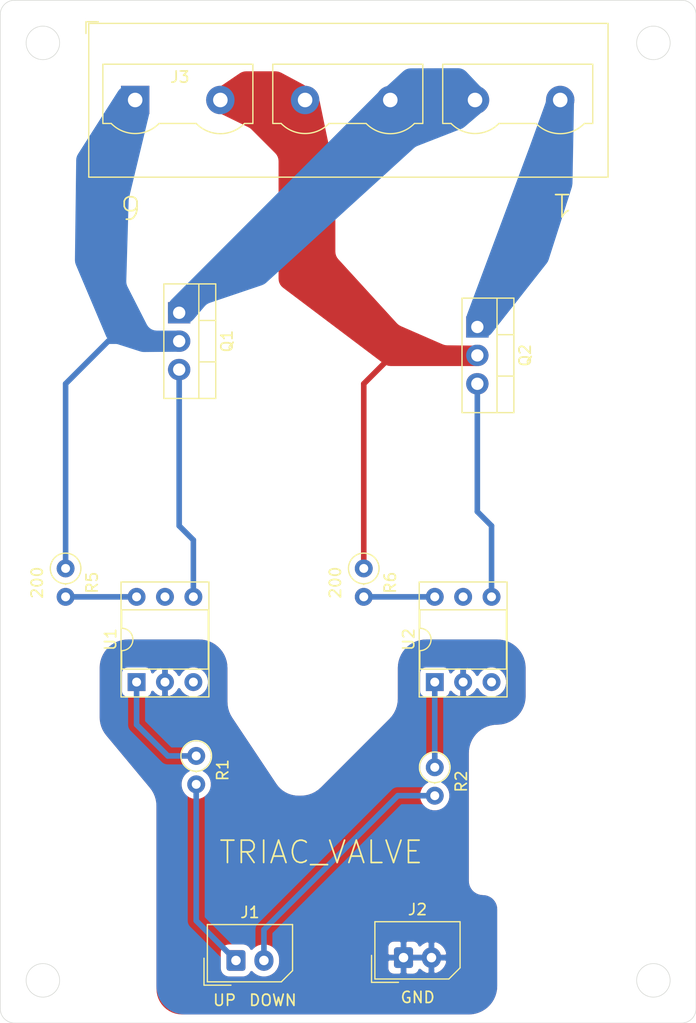
<source format=kicad_pcb>
(kicad_pcb (version 20171130) (host pcbnew "(5.1.8)-1")

  (general
    (thickness 1.6)
    (drawings 20)
    (tracks 26)
    (zones 0)
    (modules 11)
    (nets 18)
  )

  (page A4)
  (layers
    (0 F.Cu signal)
    (31 B.Cu signal)
    (32 B.Adhes user)
    (33 F.Adhes user)
    (34 B.Paste user)
    (35 F.Paste user)
    (36 B.SilkS user)
    (37 F.SilkS user)
    (38 B.Mask user)
    (39 F.Mask user)
    (40 Dwgs.User user)
    (41 Cmts.User user)
    (42 Eco1.User user)
    (43 Eco2.User user)
    (44 Edge.Cuts user)
    (45 Margin user)
    (46 B.CrtYd user)
    (47 F.CrtYd user)
    (48 B.Fab user)
    (49 F.Fab user)
  )

  (setup
    (last_trace_width 0.5)
    (user_trace_width 1.5)
    (user_trace_width 2)
    (user_trace_width 2.5)
    (user_trace_width 3)
    (user_trace_width 3.5)
    (user_trace_width 4)
    (trace_clearance 0.2)
    (zone_clearance 0.508)
    (zone_45_only no)
    (trace_min 0.2)
    (via_size 0.8)
    (via_drill 0.4)
    (via_min_size 0.4)
    (via_min_drill 0.3)
    (uvia_size 0.3)
    (uvia_drill 0.1)
    (uvias_allowed no)
    (uvia_min_size 0.2)
    (uvia_min_drill 0.1)
    (edge_width 0.05)
    (segment_width 0.2)
    (pcb_text_width 0.3)
    (pcb_text_size 1.5 1.5)
    (mod_edge_width 0.12)
    (mod_text_size 1 1)
    (mod_text_width 0.15)
    (pad_size 1.524 1.524)
    (pad_drill 0.762)
    (pad_to_mask_clearance 0)
    (aux_axis_origin 0 0)
    (visible_elements 7FFFFFFF)
    (pcbplotparams
      (layerselection 0x010fc_ffffffff)
      (usegerberextensions false)
      (usegerberattributes true)
      (usegerberadvancedattributes true)
      (creategerberjobfile true)
      (excludeedgelayer true)
      (linewidth 0.100000)
      (plotframeref false)
      (viasonmask false)
      (mode 1)
      (useauxorigin false)
      (hpglpennumber 1)
      (hpglpenspeed 20)
      (hpglpendiameter 15.000000)
      (psnegative false)
      (psa4output false)
      (plotreference true)
      (plotvalue true)
      (plotinvisibletext false)
      (padsonsilk false)
      (subtractmaskfromsilk false)
      (outputformat 1)
      (mirror false)
      (drillshape 0)
      (scaleselection 1)
      (outputdirectory "C:/Users/hjpark/Documents/kiCad/heating/final_edge/gerber_final/triac_valve/"))
  )

  (net 0 "")
  (net 1 "Net-(J3-Pad6)")
  (net 2 "Net-(J3-Pad4)")
  (net 3 "Net-(J3-Pad2)")
  (net 4 "Net-(J3-Pad1)")
  (net 5 /tr2)
  (net 6 /tr1)
  (net 7 GND)
  (net 8 "Net-(Q1-Pad3)")
  (net 9 "Net-(Q2-Pad3)")
  (net 10 "Net-(R1-Pad1)")
  (net 11 "Net-(R2-Pad1)")
  (net 12 "Net-(R5-Pad2)")
  (net 13 "Net-(R6-Pad2)")
  (net 14 "Net-(U1-Pad3)")
  (net 15 "Net-(U1-Pad5)")
  (net 16 "Net-(U2-Pad3)")
  (net 17 "Net-(U2-Pad5)")

  (net_class Default "This is the default net class."
    (clearance 0.2)
    (trace_width 0.5)
    (via_dia 0.8)
    (via_drill 0.4)
    (uvia_dia 0.3)
    (uvia_drill 0.1)
    (add_net /tr1)
    (add_net /tr2)
    (add_net GND)
    (add_net "Net-(J3-Pad1)")
    (add_net "Net-(J3-Pad2)")
    (add_net "Net-(J3-Pad4)")
    (add_net "Net-(J3-Pad6)")
    (add_net "Net-(Q1-Pad3)")
    (add_net "Net-(Q2-Pad3)")
    (add_net "Net-(R1-Pad1)")
    (add_net "Net-(R2-Pad1)")
    (add_net "Net-(R5-Pad2)")
    (add_net "Net-(R6-Pad2)")
    (add_net "Net-(U1-Pad3)")
    (add_net "Net-(U1-Pad5)")
    (add_net "Net-(U2-Pad3)")
    (add_net "Net-(U2-Pad5)")
  )

  (net_class AC ""
    (clearance 0.5)
    (trace_width 2)
    (via_dia 0.8)
    (via_drill 0.4)
    (uvia_dia 0.3)
    (uvia_drill 0.1)
  )

  (module Connector_Molex:Molex_SPOX_5267-02A_1x02_P2.50mm_Vertical (layer F.Cu) (tedit 5B7833F7) (tstamp 60A284A9)
    (at 75.692 143.002)
    (descr "Molex SPOX Connector System, 5267-02A, 2 Pins per row (http://www.molex.com/pdm_docs/sd/022035035_sd.pdf), generated with kicad-footprint-generator")
    (tags "connector Molex SPOX side entry")
    (path /60A4EBA7)
    (fp_text reference J1 (at 1.25 -4.3) (layer F.SilkS)
      (effects (font (size 1 1) (thickness 0.15)))
    )
    (fp_text value Conn_01x02 (at 1.25 3) (layer F.Fab)
      (effects (font (size 1 1) (thickness 0.15)))
    )
    (fp_line (start -2.45 -3.1) (end -2.45 1.8) (layer F.Fab) (width 0.1))
    (fp_line (start -2.45 1.8) (end 3.95 1.8) (layer F.Fab) (width 0.1))
    (fp_line (start 3.95 1.8) (end 4.95 0.8) (layer F.Fab) (width 0.1))
    (fp_line (start 4.95 0.8) (end 4.95 -3.1) (layer F.Fab) (width 0.1))
    (fp_line (start 4.95 -3.1) (end -2.45 -3.1) (layer F.Fab) (width 0.1))
    (fp_line (start -2.56 -3.21) (end -2.56 1.91) (layer F.SilkS) (width 0.12))
    (fp_line (start -2.56 1.91) (end 4.06 1.91) (layer F.SilkS) (width 0.12))
    (fp_line (start 4.06 1.91) (end 5.06 0.91) (layer F.SilkS) (width 0.12))
    (fp_line (start 5.06 0.91) (end 5.06 -3.21) (layer F.SilkS) (width 0.12))
    (fp_line (start 5.06 -3.21) (end -2.56 -3.21) (layer F.SilkS) (width 0.12))
    (fp_line (start -2.86 -0.2) (end -2.86 2.21) (layer F.SilkS) (width 0.12))
    (fp_line (start -2.86 2.21) (end -0.45 2.21) (layer F.SilkS) (width 0.12))
    (fp_line (start -0.5 1.8) (end 0 1.092893) (layer F.Fab) (width 0.1))
    (fp_line (start 0 1.092893) (end 0.5 1.8) (layer F.Fab) (width 0.1))
    (fp_line (start -2.95 -3.6) (end -2.95 2.3) (layer F.CrtYd) (width 0.05))
    (fp_line (start -2.95 2.3) (end 4.45 2.3) (layer F.CrtYd) (width 0.05))
    (fp_line (start 4.45 2.3) (end 5.45 1.3) (layer F.CrtYd) (width 0.05))
    (fp_line (start 5.45 1.3) (end 5.45 -3.6) (layer F.CrtYd) (width 0.05))
    (fp_line (start 5.45 -3.6) (end -2.95 -3.6) (layer F.CrtYd) (width 0.05))
    (fp_text user %R (at 1.25 -2.4) (layer F.Fab)
      (effects (font (size 1 1) (thickness 0.15)))
    )
    (pad 2 thru_hole oval (at 2.5 0) (size 1.7 1.85) (drill 0.85) (layers *.Cu *.Mask)
      (net 5 /tr2))
    (pad 1 thru_hole roundrect (at 0 0) (size 1.7 1.85) (drill 0.85) (layers *.Cu *.Mask) (roundrect_rratio 0.1470588235294118)
      (net 6 /tr1))
    (model ${KISYS3DMOD}/Connector_Molex.3dshapes/Molex_SPOX_5267-02A_1x02_P2.50mm_Vertical.wrl
      (at (xyz 0 0 0))
      (scale (xyz 1 1 1))
      (rotate (xyz 0 0 0))
    )
  )

  (module Resistor_THT:R_Axial_DIN0207_L6.3mm_D2.5mm_P2.54mm_Vertical (layer F.Cu) (tedit 5AE5139B) (tstamp 609B86EC)
    (at 60.452 107.95 270)
    (descr "Resistor, Axial_DIN0207 series, Axial, Vertical, pin pitch=2.54mm, 0.25W = 1/4W, length*diameter=6.3*2.5mm^2, http://cdn-reichelt.de/documents/datenblatt/B400/1_4W%23YAG.pdf")
    (tags "Resistor Axial_DIN0207 series Axial Vertical pin pitch 2.54mm 0.25W = 1/4W length 6.3mm diameter 2.5mm")
    (path /609D8E0B)
    (fp_text reference R5 (at 1.27 -2.37 90) (layer F.SilkS)
      (effects (font (size 1 1) (thickness 0.15)))
    )
    (fp_text value 200 (at 1.27 2.37 90) (layer F.Fab)
      (effects (font (size 1 1) (thickness 0.15)))
    )
    (fp_line (start 3.59 -1.5) (end -1.5 -1.5) (layer F.CrtYd) (width 0.05))
    (fp_line (start 3.59 1.5) (end 3.59 -1.5) (layer F.CrtYd) (width 0.05))
    (fp_line (start -1.5 1.5) (end 3.59 1.5) (layer F.CrtYd) (width 0.05))
    (fp_line (start -1.5 -1.5) (end -1.5 1.5) (layer F.CrtYd) (width 0.05))
    (fp_line (start 1.37 0) (end 1.44 0) (layer F.SilkS) (width 0.12))
    (fp_line (start 0 0) (end 2.54 0) (layer F.Fab) (width 0.1))
    (fp_circle (center 0 0) (end 1.37 0) (layer F.SilkS) (width 0.12))
    (fp_circle (center 0 0) (end 1.25 0) (layer F.Fab) (width 0.1))
    (fp_text user %R (at 1.27 -2.37 90) (layer F.Fab)
      (effects (font (size 1 1) (thickness 0.15)))
    )
    (pad 2 thru_hole oval (at 2.54 0 270) (size 1.6 1.6) (drill 0.8) (layers *.Cu *.Mask)
      (net 12 "Net-(R5-Pad2)"))
    (pad 1 thru_hole circle (at 0 0 270) (size 1.6 1.6) (drill 0.8) (layers *.Cu *.Mask)
      (net 4 "Net-(J3-Pad1)"))
    (model ${KISYS3DMOD}/Resistor_THT.3dshapes/R_Axial_DIN0207_L6.3mm_D2.5mm_P2.54mm_Vertical.wrl
      (at (xyz 0 0 0))
      (scale (xyz 1 1 1))
      (rotate (xyz 0 0 0))
    )
  )

  (module Resistor_THT:R_Axial_DIN0207_L6.3mm_D2.5mm_P2.54mm_Vertical (layer F.Cu) (tedit 5AE5139B) (tstamp 609B86B0)
    (at 72.136 124.714 270)
    (descr "Resistor, Axial_DIN0207 series, Axial, Vertical, pin pitch=2.54mm, 0.25W = 1/4W, length*diameter=6.3*2.5mm^2, http://cdn-reichelt.de/documents/datenblatt/B400/1_4W%23YAG.pdf")
    (tags "Resistor Axial_DIN0207 series Axial Vertical pin pitch 2.54mm 0.25W = 1/4W length 6.3mm diameter 2.5mm")
    (path /609D8E15)
    (fp_text reference R1 (at 1.27 -2.37 90) (layer F.SilkS)
      (effects (font (size 1 1) (thickness 0.15)))
    )
    (fp_text value 100 (at 1.27 2.37 90) (layer F.Fab)
      (effects (font (size 1 1) (thickness 0.15)))
    )
    (fp_line (start 3.59 -1.5) (end -1.5 -1.5) (layer F.CrtYd) (width 0.05))
    (fp_line (start 3.59 1.5) (end 3.59 -1.5) (layer F.CrtYd) (width 0.05))
    (fp_line (start -1.5 1.5) (end 3.59 1.5) (layer F.CrtYd) (width 0.05))
    (fp_line (start -1.5 -1.5) (end -1.5 1.5) (layer F.CrtYd) (width 0.05))
    (fp_line (start 1.37 0) (end 1.44 0) (layer F.SilkS) (width 0.12))
    (fp_line (start 0 0) (end 2.54 0) (layer F.Fab) (width 0.1))
    (fp_circle (center 0 0) (end 1.37 0) (layer F.SilkS) (width 0.12))
    (fp_circle (center 0 0) (end 1.25 0) (layer F.Fab) (width 0.1))
    (fp_text user %R (at 1.27 -2.37 90) (layer F.Fab)
      (effects (font (size 1 1) (thickness 0.15)))
    )
    (pad 2 thru_hole oval (at 2.54 0 270) (size 1.6 1.6) (drill 0.8) (layers *.Cu *.Mask)
      (net 6 /tr1))
    (pad 1 thru_hole circle (at 0 0 270) (size 1.6 1.6) (drill 0.8) (layers *.Cu *.Mask)
      (net 10 "Net-(R1-Pad1)"))
    (model ${KISYS3DMOD}/Resistor_THT.3dshapes/R_Axial_DIN0207_L6.3mm_D2.5mm_P2.54mm_Vertical.wrl
      (at (xyz 0 0 0))
      (scale (xyz 1 1 1))
      (rotate (xyz 0 0 0))
    )
  )

  (module Package_DIP:DIP-6_W7.62mm_Socket (layer F.Cu) (tedit 5A02E8C5) (tstamp 609B87F3)
    (at 93.472 118.11 90)
    (descr "6-lead though-hole mounted DIP package, row spacing 7.62 mm (300 mils), Socket")
    (tags "THT DIP DIL PDIP 2.54mm 7.62mm 300mil Socket")
    (path /609D8E2F)
    (fp_text reference U2 (at 3.81 -2.33 90) (layer F.SilkS)
      (effects (font (size 1 1) (thickness 0.15)))
    )
    (fp_text value MOC3021M (at 3.81 7.41 90) (layer F.Fab)
      (effects (font (size 1 1) (thickness 0.15)))
    )
    (fp_line (start 9.15 -1.6) (end -1.55 -1.6) (layer F.CrtYd) (width 0.05))
    (fp_line (start 9.15 6.7) (end 9.15 -1.6) (layer F.CrtYd) (width 0.05))
    (fp_line (start -1.55 6.7) (end 9.15 6.7) (layer F.CrtYd) (width 0.05))
    (fp_line (start -1.55 -1.6) (end -1.55 6.7) (layer F.CrtYd) (width 0.05))
    (fp_line (start 8.95 -1.39) (end -1.33 -1.39) (layer F.SilkS) (width 0.12))
    (fp_line (start 8.95 6.47) (end 8.95 -1.39) (layer F.SilkS) (width 0.12))
    (fp_line (start -1.33 6.47) (end 8.95 6.47) (layer F.SilkS) (width 0.12))
    (fp_line (start -1.33 -1.39) (end -1.33 6.47) (layer F.SilkS) (width 0.12))
    (fp_line (start 6.46 -1.33) (end 4.81 -1.33) (layer F.SilkS) (width 0.12))
    (fp_line (start 6.46 6.41) (end 6.46 -1.33) (layer F.SilkS) (width 0.12))
    (fp_line (start 1.16 6.41) (end 6.46 6.41) (layer F.SilkS) (width 0.12))
    (fp_line (start 1.16 -1.33) (end 1.16 6.41) (layer F.SilkS) (width 0.12))
    (fp_line (start 2.81 -1.33) (end 1.16 -1.33) (layer F.SilkS) (width 0.12))
    (fp_line (start 8.89 -1.33) (end -1.27 -1.33) (layer F.Fab) (width 0.1))
    (fp_line (start 8.89 6.41) (end 8.89 -1.33) (layer F.Fab) (width 0.1))
    (fp_line (start -1.27 6.41) (end 8.89 6.41) (layer F.Fab) (width 0.1))
    (fp_line (start -1.27 -1.33) (end -1.27 6.41) (layer F.Fab) (width 0.1))
    (fp_line (start 0.635 -0.27) (end 1.635 -1.27) (layer F.Fab) (width 0.1))
    (fp_line (start 0.635 6.35) (end 0.635 -0.27) (layer F.Fab) (width 0.1))
    (fp_line (start 6.985 6.35) (end 0.635 6.35) (layer F.Fab) (width 0.1))
    (fp_line (start 6.985 -1.27) (end 6.985 6.35) (layer F.Fab) (width 0.1))
    (fp_line (start 1.635 -1.27) (end 6.985 -1.27) (layer F.Fab) (width 0.1))
    (fp_text user %R (at 3.81 2.54 90) (layer F.Fab)
      (effects (font (size 1 1) (thickness 0.15)))
    )
    (fp_arc (start 3.81 -1.33) (end 2.81 -1.33) (angle -180) (layer F.SilkS) (width 0.12))
    (pad 6 thru_hole oval (at 7.62 0 90) (size 1.6 1.6) (drill 0.8) (layers *.Cu *.Mask)
      (net 13 "Net-(R6-Pad2)"))
    (pad 3 thru_hole oval (at 0 5.08 90) (size 1.6 1.6) (drill 0.8) (layers *.Cu *.Mask)
      (net 16 "Net-(U2-Pad3)"))
    (pad 5 thru_hole oval (at 7.62 2.54 90) (size 1.6 1.6) (drill 0.8) (layers *.Cu *.Mask)
      (net 17 "Net-(U2-Pad5)"))
    (pad 2 thru_hole oval (at 0 2.54 90) (size 1.6 1.6) (drill 0.8) (layers *.Cu *.Mask)
      (net 7 GND))
    (pad 4 thru_hole oval (at 7.62 5.08 90) (size 1.6 1.6) (drill 0.8) (layers *.Cu *.Mask)
      (net 9 "Net-(Q2-Pad3)"))
    (pad 1 thru_hole rect (at 0 0 90) (size 1.6 1.6) (drill 0.8) (layers *.Cu *.Mask)
      (net 11 "Net-(R2-Pad1)"))
    (model ${KISYS3DMOD}/Package_DIP.3dshapes/DIP-6_W7.62mm_Socket.wrl
      (at (xyz 0 0 0))
      (scale (xyz 1 1 1))
      (rotate (xyz 0 0 0))
    )
  )

  (module Package_DIP:DIP-6_W7.62mm_Socket (layer F.Cu) (tedit 5A02E8C5) (tstamp 609B87D1)
    (at 66.802 118.11 90)
    (descr "6-lead though-hole mounted DIP package, row spacing 7.62 mm (300 mils), Socket")
    (tags "THT DIP DIL PDIP 2.54mm 7.62mm 300mil Socket")
    (path /609D8DFF)
    (fp_text reference U1 (at 3.81 -2.33 90) (layer F.SilkS)
      (effects (font (size 1 1) (thickness 0.15)))
    )
    (fp_text value MOC3021M (at 3.81 7.41 90) (layer F.Fab)
      (effects (font (size 1 1) (thickness 0.15)))
    )
    (fp_line (start 9.15 -1.6) (end -1.55 -1.6) (layer F.CrtYd) (width 0.05))
    (fp_line (start 9.15 6.7) (end 9.15 -1.6) (layer F.CrtYd) (width 0.05))
    (fp_line (start -1.55 6.7) (end 9.15 6.7) (layer F.CrtYd) (width 0.05))
    (fp_line (start -1.55 -1.6) (end -1.55 6.7) (layer F.CrtYd) (width 0.05))
    (fp_line (start 8.95 -1.39) (end -1.33 -1.39) (layer F.SilkS) (width 0.12))
    (fp_line (start 8.95 6.47) (end 8.95 -1.39) (layer F.SilkS) (width 0.12))
    (fp_line (start -1.33 6.47) (end 8.95 6.47) (layer F.SilkS) (width 0.12))
    (fp_line (start -1.33 -1.39) (end -1.33 6.47) (layer F.SilkS) (width 0.12))
    (fp_line (start 6.46 -1.33) (end 4.81 -1.33) (layer F.SilkS) (width 0.12))
    (fp_line (start 6.46 6.41) (end 6.46 -1.33) (layer F.SilkS) (width 0.12))
    (fp_line (start 1.16 6.41) (end 6.46 6.41) (layer F.SilkS) (width 0.12))
    (fp_line (start 1.16 -1.33) (end 1.16 6.41) (layer F.SilkS) (width 0.12))
    (fp_line (start 2.81 -1.33) (end 1.16 -1.33) (layer F.SilkS) (width 0.12))
    (fp_line (start 8.89 -1.33) (end -1.27 -1.33) (layer F.Fab) (width 0.1))
    (fp_line (start 8.89 6.41) (end 8.89 -1.33) (layer F.Fab) (width 0.1))
    (fp_line (start -1.27 6.41) (end 8.89 6.41) (layer F.Fab) (width 0.1))
    (fp_line (start -1.27 -1.33) (end -1.27 6.41) (layer F.Fab) (width 0.1))
    (fp_line (start 0.635 -0.27) (end 1.635 -1.27) (layer F.Fab) (width 0.1))
    (fp_line (start 0.635 6.35) (end 0.635 -0.27) (layer F.Fab) (width 0.1))
    (fp_line (start 6.985 6.35) (end 0.635 6.35) (layer F.Fab) (width 0.1))
    (fp_line (start 6.985 -1.27) (end 6.985 6.35) (layer F.Fab) (width 0.1))
    (fp_line (start 1.635 -1.27) (end 6.985 -1.27) (layer F.Fab) (width 0.1))
    (fp_text user %R (at 3.81 2.54 90) (layer F.Fab)
      (effects (font (size 1 1) (thickness 0.15)))
    )
    (fp_arc (start 3.81 -1.33) (end 2.81 -1.33) (angle -180) (layer F.SilkS) (width 0.12))
    (pad 6 thru_hole oval (at 7.62 0 90) (size 1.6 1.6) (drill 0.8) (layers *.Cu *.Mask)
      (net 12 "Net-(R5-Pad2)"))
    (pad 3 thru_hole oval (at 0 5.08 90) (size 1.6 1.6) (drill 0.8) (layers *.Cu *.Mask)
      (net 14 "Net-(U1-Pad3)"))
    (pad 5 thru_hole oval (at 7.62 2.54 90) (size 1.6 1.6) (drill 0.8) (layers *.Cu *.Mask)
      (net 15 "Net-(U1-Pad5)"))
    (pad 2 thru_hole oval (at 0 2.54 90) (size 1.6 1.6) (drill 0.8) (layers *.Cu *.Mask)
      (net 7 GND))
    (pad 4 thru_hole oval (at 7.62 5.08 90) (size 1.6 1.6) (drill 0.8) (layers *.Cu *.Mask)
      (net 8 "Net-(Q1-Pad3)"))
    (pad 1 thru_hole rect (at 0 0 90) (size 1.6 1.6) (drill 0.8) (layers *.Cu *.Mask)
      (net 10 "Net-(R1-Pad1)"))
    (model ${KISYS3DMOD}/Package_DIP.3dshapes/DIP-6_W7.62mm_Socket.wrl
      (at (xyz 0 0 0))
      (scale (xyz 1 1 1))
      (rotate (xyz 0 0 0))
    )
  )

  (module Resistor_THT:R_Axial_DIN0207_L6.3mm_D2.5mm_P2.54mm_Vertical (layer F.Cu) (tedit 5AE5139B) (tstamp 609B86FB)
    (at 87.122 107.95 270)
    (descr "Resistor, Axial_DIN0207 series, Axial, Vertical, pin pitch=2.54mm, 0.25W = 1/4W, length*diameter=6.3*2.5mm^2, http://cdn-reichelt.de/documents/datenblatt/B400/1_4W%23YAG.pdf")
    (tags "Resistor Axial_DIN0207 series Axial Vertical pin pitch 2.54mm 0.25W = 1/4W length 6.3mm diameter 2.5mm")
    (path /609D8E3B)
    (fp_text reference R6 (at 1.27 -2.37 90) (layer F.SilkS)
      (effects (font (size 1 1) (thickness 0.15)))
    )
    (fp_text value 200 (at 1.27 2.37 90) (layer F.Fab)
      (effects (font (size 1 1) (thickness 0.15)))
    )
    (fp_line (start 3.59 -1.5) (end -1.5 -1.5) (layer F.CrtYd) (width 0.05))
    (fp_line (start 3.59 1.5) (end 3.59 -1.5) (layer F.CrtYd) (width 0.05))
    (fp_line (start -1.5 1.5) (end 3.59 1.5) (layer F.CrtYd) (width 0.05))
    (fp_line (start -1.5 -1.5) (end -1.5 1.5) (layer F.CrtYd) (width 0.05))
    (fp_line (start 1.37 0) (end 1.44 0) (layer F.SilkS) (width 0.12))
    (fp_line (start 0 0) (end 2.54 0) (layer F.Fab) (width 0.1))
    (fp_circle (center 0 0) (end 1.37 0) (layer F.SilkS) (width 0.12))
    (fp_circle (center 0 0) (end 1.25 0) (layer F.Fab) (width 0.1))
    (fp_text user %R (at 1.27 -2.37 90) (layer F.Fab)
      (effects (font (size 1 1) (thickness 0.15)))
    )
    (pad 2 thru_hole oval (at 2.54 0 270) (size 1.6 1.6) (drill 0.8) (layers *.Cu *.Mask)
      (net 13 "Net-(R6-Pad2)"))
    (pad 1 thru_hole circle (at 0 0 270) (size 1.6 1.6) (drill 0.8) (layers *.Cu *.Mask)
      (net 3 "Net-(J3-Pad2)"))
    (model ${KISYS3DMOD}/Resistor_THT.3dshapes/R_Axial_DIN0207_L6.3mm_D2.5mm_P2.54mm_Vertical.wrl
      (at (xyz 0 0 0))
      (scale (xyz 1 1 1))
      (rotate (xyz 0 0 0))
    )
  )

  (module Resistor_THT:R_Axial_DIN0207_L6.3mm_D2.5mm_P2.54mm_Vertical (layer F.Cu) (tedit 5AE5139B) (tstamp 609B86BF)
    (at 93.472608 125.73 270)
    (descr "Resistor, Axial_DIN0207 series, Axial, Vertical, pin pitch=2.54mm, 0.25W = 1/4W, length*diameter=6.3*2.5mm^2, http://cdn-reichelt.de/documents/datenblatt/B400/1_4W%23YAG.pdf")
    (tags "Resistor Axial_DIN0207 series Axial Vertical pin pitch 2.54mm 0.25W = 1/4W length 6.3mm diameter 2.5mm")
    (path /609D8E45)
    (fp_text reference R2 (at 1.27 -2.37 90) (layer F.SilkS)
      (effects (font (size 1 1) (thickness 0.15)))
    )
    (fp_text value 100 (at 1.27 2.37 90) (layer F.Fab)
      (effects (font (size 1 1) (thickness 0.15)))
    )
    (fp_line (start 3.59 -1.5) (end -1.5 -1.5) (layer F.CrtYd) (width 0.05))
    (fp_line (start 3.59 1.5) (end 3.59 -1.5) (layer F.CrtYd) (width 0.05))
    (fp_line (start -1.5 1.5) (end 3.59 1.5) (layer F.CrtYd) (width 0.05))
    (fp_line (start -1.5 -1.5) (end -1.5 1.5) (layer F.CrtYd) (width 0.05))
    (fp_line (start 1.37 0) (end 1.44 0) (layer F.SilkS) (width 0.12))
    (fp_line (start 0 0) (end 2.54 0) (layer F.Fab) (width 0.1))
    (fp_circle (center 0 0) (end 1.37 0) (layer F.SilkS) (width 0.12))
    (fp_circle (center 0 0) (end 1.25 0) (layer F.Fab) (width 0.1))
    (fp_text user %R (at 1.27 -2.37 90) (layer F.Fab)
      (effects (font (size 1 1) (thickness 0.15)))
    )
    (pad 2 thru_hole oval (at 2.54 0 270) (size 1.6 1.6) (drill 0.8) (layers *.Cu *.Mask)
      (net 5 /tr2))
    (pad 1 thru_hole circle (at 0 0 270) (size 1.6 1.6) (drill 0.8) (layers *.Cu *.Mask)
      (net 11 "Net-(R2-Pad1)"))
    (model ${KISYS3DMOD}/Resistor_THT.3dshapes/R_Axial_DIN0207_L6.3mm_D2.5mm_P2.54mm_Vertical.wrl
      (at (xyz 0 0 0))
      (scale (xyz 1 1 1))
      (rotate (xyz 0 0 0))
    )
  )

  (module Package_TO_SOT_THT:TO-220-3_Vertical (layer F.Cu) (tedit 5AC8BA0D) (tstamp 609B85EB)
    (at 97.282 86.36 270)
    (descr "TO-220-3, Vertical, RM 2.54mm, see https://www.vishay.com/docs/66542/to-220-1.pdf")
    (tags "TO-220-3 Vertical RM 2.54mm")
    (path /609D8E35)
    (fp_text reference Q2 (at 2.54 -4.27 90) (layer F.SilkS)
      (effects (font (size 1 1) (thickness 0.15)))
    )
    (fp_text value BTA16-800BW (at 2.54 2.5 90) (layer F.Fab)
      (effects (font (size 1 1) (thickness 0.15)))
    )
    (fp_line (start 7.79 -3.4) (end -2.71 -3.4) (layer F.CrtYd) (width 0.05))
    (fp_line (start 7.79 1.51) (end 7.79 -3.4) (layer F.CrtYd) (width 0.05))
    (fp_line (start -2.71 1.51) (end 7.79 1.51) (layer F.CrtYd) (width 0.05))
    (fp_line (start -2.71 -3.4) (end -2.71 1.51) (layer F.CrtYd) (width 0.05))
    (fp_line (start 4.391 -3.27) (end 4.391 -1.76) (layer F.SilkS) (width 0.12))
    (fp_line (start 0.69 -3.27) (end 0.69 -1.76) (layer F.SilkS) (width 0.12))
    (fp_line (start -2.58 -1.76) (end 7.66 -1.76) (layer F.SilkS) (width 0.12))
    (fp_line (start 7.66 -3.27) (end 7.66 1.371) (layer F.SilkS) (width 0.12))
    (fp_line (start -2.58 -3.27) (end -2.58 1.371) (layer F.SilkS) (width 0.12))
    (fp_line (start -2.58 1.371) (end 7.66 1.371) (layer F.SilkS) (width 0.12))
    (fp_line (start -2.58 -3.27) (end 7.66 -3.27) (layer F.SilkS) (width 0.12))
    (fp_line (start 4.39 -3.15) (end 4.39 -1.88) (layer F.Fab) (width 0.1))
    (fp_line (start 0.69 -3.15) (end 0.69 -1.88) (layer F.Fab) (width 0.1))
    (fp_line (start -2.46 -1.88) (end 7.54 -1.88) (layer F.Fab) (width 0.1))
    (fp_line (start 7.54 -3.15) (end -2.46 -3.15) (layer F.Fab) (width 0.1))
    (fp_line (start 7.54 1.25) (end 7.54 -3.15) (layer F.Fab) (width 0.1))
    (fp_line (start -2.46 1.25) (end 7.54 1.25) (layer F.Fab) (width 0.1))
    (fp_line (start -2.46 -3.15) (end -2.46 1.25) (layer F.Fab) (width 0.1))
    (fp_text user %R (at 2.54 -4.27 90) (layer F.Fab)
      (effects (font (size 1 1) (thickness 0.15)))
    )
    (pad 3 thru_hole oval (at 5.08 0 270) (size 1.905 2) (drill 1.1) (layers *.Cu *.Mask)
      (net 9 "Net-(Q2-Pad3)"))
    (pad 2 thru_hole oval (at 2.54 0 270) (size 1.905 2) (drill 1.1) (layers *.Cu *.Mask)
      (net 3 "Net-(J3-Pad2)"))
    (pad 1 thru_hole rect (at 0 0 270) (size 1.905 2) (drill 1.1) (layers *.Cu *.Mask)
      (net 1 "Net-(J3-Pad6)"))
    (model ${KISYS3DMOD}/Package_TO_SOT_THT.3dshapes/TO-220-3_Vertical.wrl
      (at (xyz 0 0 0))
      (scale (xyz 1 1 1))
      (rotate (xyz 0 0 0))
    )
  )

  (module Package_TO_SOT_THT:TO-220-3_Vertical (layer F.Cu) (tedit 5AC8BA0D) (tstamp 609B85D1)
    (at 70.612 85.09 270)
    (descr "TO-220-3, Vertical, RM 2.54mm, see https://www.vishay.com/docs/66542/to-220-1.pdf")
    (tags "TO-220-3 Vertical RM 2.54mm")
    (path /609D8E05)
    (fp_text reference Q1 (at 2.54 -4.27 90) (layer F.SilkS)
      (effects (font (size 1 1) (thickness 0.15)))
    )
    (fp_text value BTA16-800BW (at 2.54 2.5 90) (layer F.Fab)
      (effects (font (size 1 1) (thickness 0.15)))
    )
    (fp_line (start 7.79 -3.4) (end -2.71 -3.4) (layer F.CrtYd) (width 0.05))
    (fp_line (start 7.79 1.51) (end 7.79 -3.4) (layer F.CrtYd) (width 0.05))
    (fp_line (start -2.71 1.51) (end 7.79 1.51) (layer F.CrtYd) (width 0.05))
    (fp_line (start -2.71 -3.4) (end -2.71 1.51) (layer F.CrtYd) (width 0.05))
    (fp_line (start 4.391 -3.27) (end 4.391 -1.76) (layer F.SilkS) (width 0.12))
    (fp_line (start 0.69 -3.27) (end 0.69 -1.76) (layer F.SilkS) (width 0.12))
    (fp_line (start -2.58 -1.76) (end 7.66 -1.76) (layer F.SilkS) (width 0.12))
    (fp_line (start 7.66 -3.27) (end 7.66 1.371) (layer F.SilkS) (width 0.12))
    (fp_line (start -2.58 -3.27) (end -2.58 1.371) (layer F.SilkS) (width 0.12))
    (fp_line (start -2.58 1.371) (end 7.66 1.371) (layer F.SilkS) (width 0.12))
    (fp_line (start -2.58 -3.27) (end 7.66 -3.27) (layer F.SilkS) (width 0.12))
    (fp_line (start 4.39 -3.15) (end 4.39 -1.88) (layer F.Fab) (width 0.1))
    (fp_line (start 0.69 -3.15) (end 0.69 -1.88) (layer F.Fab) (width 0.1))
    (fp_line (start -2.46 -1.88) (end 7.54 -1.88) (layer F.Fab) (width 0.1))
    (fp_line (start 7.54 -3.15) (end -2.46 -3.15) (layer F.Fab) (width 0.1))
    (fp_line (start 7.54 1.25) (end 7.54 -3.15) (layer F.Fab) (width 0.1))
    (fp_line (start -2.46 1.25) (end 7.54 1.25) (layer F.Fab) (width 0.1))
    (fp_line (start -2.46 -3.15) (end -2.46 1.25) (layer F.Fab) (width 0.1))
    (fp_text user %R (at 2.54 -4.27 90) (layer F.Fab)
      (effects (font (size 1 1) (thickness 0.15)))
    )
    (pad 3 thru_hole oval (at 5.08 0 270) (size 1.905 2) (drill 1.1) (layers *.Cu *.Mask)
      (net 8 "Net-(Q1-Pad3)"))
    (pad 2 thru_hole oval (at 2.54 0 270) (size 1.905 2) (drill 1.1) (layers *.Cu *.Mask)
      (net 4 "Net-(J3-Pad1)"))
    (pad 1 thru_hole rect (at 0 0 270) (size 1.905 2) (drill 1.1) (layers *.Cu *.Mask)
      (net 2 "Net-(J3-Pad4)"))
    (model ${KISYS3DMOD}/Package_TO_SOT_THT.3dshapes/TO-220-3_Vertical.wrl
      (at (xyz 0 0 0))
      (scale (xyz 1 1 1))
      (rotate (xyz 0 0 0))
    )
  )

  (module Connector_Molex:Molex_SPOX_5267-02A_1x02_P2.50mm_Vertical (layer F.Cu) (tedit 5B7833F7) (tstamp 609B85B7)
    (at 90.678 142.748)
    (descr "Molex SPOX Connector System, 5267-02A, 2 Pins per row (http://www.molex.com/pdm_docs/sd/022035035_sd.pdf), generated with kicad-footprint-generator")
    (tags "connector Molex SPOX side entry")
    (path /60AD2882)
    (fp_text reference J2 (at 1.25 -4.3) (layer F.SilkS)
      (effects (font (size 1 1) (thickness 0.15)))
    )
    (fp_text value Conn_01x02_Male (at 1.25 3) (layer F.Fab)
      (effects (font (size 1 1) (thickness 0.15)))
    )
    (fp_line (start 5.45 -3.6) (end -2.95 -3.6) (layer F.CrtYd) (width 0.05))
    (fp_line (start 5.45 1.3) (end 5.45 -3.6) (layer F.CrtYd) (width 0.05))
    (fp_line (start 4.45 2.3) (end 5.45 1.3) (layer F.CrtYd) (width 0.05))
    (fp_line (start -2.95 2.3) (end 4.45 2.3) (layer F.CrtYd) (width 0.05))
    (fp_line (start -2.95 -3.6) (end -2.95 2.3) (layer F.CrtYd) (width 0.05))
    (fp_line (start 0 1.092893) (end 0.5 1.8) (layer F.Fab) (width 0.1))
    (fp_line (start -0.5 1.8) (end 0 1.092893) (layer F.Fab) (width 0.1))
    (fp_line (start -2.86 2.21) (end -0.45 2.21) (layer F.SilkS) (width 0.12))
    (fp_line (start -2.86 -0.2) (end -2.86 2.21) (layer F.SilkS) (width 0.12))
    (fp_line (start 5.06 -3.21) (end -2.56 -3.21) (layer F.SilkS) (width 0.12))
    (fp_line (start 5.06 0.91) (end 5.06 -3.21) (layer F.SilkS) (width 0.12))
    (fp_line (start 4.06 1.91) (end 5.06 0.91) (layer F.SilkS) (width 0.12))
    (fp_line (start -2.56 1.91) (end 4.06 1.91) (layer F.SilkS) (width 0.12))
    (fp_line (start -2.56 -3.21) (end -2.56 1.91) (layer F.SilkS) (width 0.12))
    (fp_line (start 4.95 -3.1) (end -2.45 -3.1) (layer F.Fab) (width 0.1))
    (fp_line (start 4.95 0.8) (end 4.95 -3.1) (layer F.Fab) (width 0.1))
    (fp_line (start 3.95 1.8) (end 4.95 0.8) (layer F.Fab) (width 0.1))
    (fp_line (start -2.45 1.8) (end 3.95 1.8) (layer F.Fab) (width 0.1))
    (fp_line (start -2.45 -3.1) (end -2.45 1.8) (layer F.Fab) (width 0.1))
    (fp_text user %R (at 1.25 -2.4) (layer F.Fab)
      (effects (font (size 1 1) (thickness 0.15)))
    )
    (pad 2 thru_hole oval (at 2.5 0) (size 1.7 1.85) (drill 0.85) (layers *.Cu *.Mask)
      (net 7 GND))
    (pad 1 thru_hole roundrect (at 0 0) (size 1.7 1.85) (drill 0.85) (layers *.Cu *.Mask) (roundrect_rratio 0.1470588235294118)
      (net 7 GND))
    (model ${KISYS3DMOD}/Connector_Molex.3dshapes/Molex_SPOX_5267-02A_1x02_P2.50mm_Vertical.wrl
      (at (xyz 0 0 0))
      (scale (xyz 1 1 1))
      (rotate (xyz 0 0 0))
    )
  )

  (module newTerminal:BR_762K_6pin (layer F.Cu) (tedit 609A8536) (tstamp 609B84B1)
    (at 66.675 66.0654)
    (descr https://katalog.we-online.de/em/datasheet/6913114001xx.pdf)
    (tags "Wuerth WR-TBL Series 3114 terminal block pitch 7.62mm")
    (path /609D8E29)
    (fp_text reference J3 (at 4 -2.05) (layer F.SilkS)
      (effects (font (size 1 1) (thickness 0.15)))
    )
    (fp_text value Screw_Terminal_01x06 (at 18.6 5.8) (layer F.Fab)
      (effects (font (size 1 1) (thickness 0.15)))
    )
    (fp_line (start 10.53 2.1) (end 10.53 -3.2) (layer F.SilkS) (width 0.12))
    (fp_line (start 9.78 2.1) (end 10.53 2.1) (layer F.SilkS) (width 0.12))
    (fp_line (start 2.14 2.1) (end 5.46 2.1) (layer F.SilkS) (width 0.12))
    (fp_line (start -2.89 2.1) (end -2.14 2.1) (layer F.SilkS) (width 0.12))
    (fp_line (start -2.89 -3.2) (end -2.89 2.1) (layer F.SilkS) (width 0.12))
    (fp_line (start 10.53 -3.2) (end -2.89 -3.2) (layer F.SilkS) (width 0.12))
    (fp_line (start -4.3 4.3) (end -4.3 -5.2) (layer F.CrtYd) (width 0.05))
    (fp_line (start 25.73 2.1) (end 25.73 -3.2) (layer F.SilkS) (width 0.12))
    (fp_line (start 12.31 -3.2) (end 12.31 2.1) (layer F.SilkS) (width 0.12))
    (fp_line (start 17.34 2.1) (end 20.66 2.1) (layer F.SilkS) (width 0.12))
    (fp_line (start 24.98 2.1) (end 25.73 2.1) (layer F.SilkS) (width 0.12))
    (fp_line (start 25.73 -3.2) (end 12.31 -3.2) (layer F.SilkS) (width 0.12))
    (fp_line (start 12.31 2.1) (end 13.06 2.1) (layer F.SilkS) (width 0.12))
    (fp_line (start 40.93 2.1) (end 40.93 -3.2) (layer F.SilkS) (width 0.12))
    (fp_line (start 27.51 -3.2) (end 27.51 2.1) (layer F.SilkS) (width 0.12))
    (fp_line (start 32.54 2.1) (end 35.86 2.1) (layer F.SilkS) (width 0.12))
    (fp_line (start 40.18 2.1) (end 40.93 2.1) (layer F.SilkS) (width 0.12))
    (fp_line (start 40.93 -3.2) (end 27.51 -3.2) (layer F.SilkS) (width 0.12))
    (fp_line (start 27.51 2.1) (end 28.26 2.1) (layer F.SilkS) (width 0.12))
    (fp_line (start 42.32 4.3) (end 42.32 -5.2) (layer F.CrtYd) (width 0.05))
    (fp_line (start -4.35 -7) (end 11.87 -7) (layer F.CrtYd) (width 0.05))
    (fp_line (start -4.5 7) (end 11.72 7) (layer F.CrtYd) (width 0.05))
    (fp_line (start 11.5 7) (end 27.72 7) (layer F.CrtYd) (width 0.05))
    (fp_line (start 26.65 7) (end 42.87 7) (layer F.CrtYd) (width 0.05))
    (fp_line (start 11.35 -7) (end 27.57 -7) (layer F.CrtYd) (width 0.05))
    (fp_line (start 26.55 -7) (end 42.77 -7) (layer F.CrtYd) (width 0.05))
    (fp_line (start -4.35 -7) (end -4.35 7) (layer Dwgs.User) (width 0.12))
    (fp_line (start 42.5 -7) (end 42.5 7) (layer Dwgs.User) (width 0.12))
    (fp_line (start -3.3 -7) (end -4.4 -7) (layer F.SilkS) (width 0.12))
    (fp_line (start -4.4 -7) (end -4.4 -5.95) (layer F.SilkS) (width 0.12))
    (fp_line (start -4.15 -6.75) (end -4.15 4.15) (layer F.SilkS) (width 0.12))
    (fp_line (start 42.3 4.15) (end 42.3 -6.85) (layer F.SilkS) (width 0.12))
    (fp_line (start -4.15 -6.85) (end 42.3 -6.85) (layer F.SilkS) (width 0.12))
    (fp_line (start -4.15 -6.85) (end -4.15 -6.75) (layer F.SilkS) (width 0.12))
    (fp_line (start -4.15 4.15) (end -4.15 6.9) (layer F.SilkS) (width 0.12))
    (fp_line (start -4.15 6.9) (end 42.3 6.9) (layer F.SilkS) (width 0.12))
    (fp_line (start 42.3 6.9) (end 42.3 4.15) (layer F.SilkS) (width 0.12))
    (fp_arc (start 30.4 0) (end 28.26 2.1) (angle -91.1) (layer F.SilkS) (width 0.12))
    (fp_arc (start 38.02 0) (end 35.86 2.1) (angle -91.6) (layer F.SilkS) (width 0.12))
    (fp_arc (start 15.2 0) (end 13.06 2.1) (angle -91.1) (layer F.SilkS) (width 0.12))
    (fp_arc (start 22.82 0) (end 20.66 2.1) (angle -91.6) (layer F.SilkS) (width 0.12))
    (fp_arc (start 7.62 0) (end 5.46 2.1) (angle -91.6) (layer F.SilkS) (width 0.12))
    (fp_arc (start 0 0) (end -2.14 2.1) (angle -91.1) (layer F.SilkS) (width 0.12))
    (fp_text user %R (at 4 0) (layer F.Fab)
      (effects (font (size 1 1) (thickness 0.15)))
    )
    (pad 6 thru_hole circle (at 38.02 0) (size 2.54 2.54) (drill 1.3) (layers *.Cu *.Mask)
      (net 1 "Net-(J3-Pad6)"))
    (pad 5 thru_hole circle (at 30.4 0) (size 2.54 2.54) (drill 1.3) (layers *.Cu *.Mask)
      (net 2 "Net-(J3-Pad4)"))
    (pad 4 thru_hole circle (at 22.82 0) (size 2.54 2.54) (drill 1.3) (layers *.Cu *.Mask)
      (net 2 "Net-(J3-Pad4)"))
    (pad 3 thru_hole circle (at 15.2 0) (size 2.54 2.54) (drill 1.3) (layers *.Cu *.Mask)
      (net 3 "Net-(J3-Pad2)"))
    (pad 2 thru_hole circle (at 7.62 0) (size 2.54 2.54) (drill 1.3) (layers *.Cu *.Mask)
      (net 3 "Net-(J3-Pad2)"))
    (pad 1 thru_hole rect (at 0 0) (size 2.54 2.54) (drill 1.3) (layers *.Cu *.Mask)
      (net 4 "Net-(J3-Pad1)"))
    (model ${KISYS3DMOD}/TerminalBlock.3dshapes/TerminalBlock_Wuerth_691311400102_P7.62mm.wrl
      (at (xyz 0 0 0))
      (scale (xyz 1 1 1))
      (rotate (xyz 0 0 0))
    )
  )

  (gr_text 6 (at 66.2686 75.6412 180) (layer F.SilkS)
    (effects (font (size 2 2) (thickness 0.15)))
  )
  (gr_text 1 (at 104.8512 75.438 180) (layer F.SilkS)
    (effects (font (size 2 2) (thickness 0.15)))
  )
  (gr_text TRIAC_VALVE (at 83.312 133.3246) (layer F.SilkS)
    (effects (font (size 2 2) (thickness 0.15)))
  )
  (gr_circle (center 58.42 60.96) (end 59.92 60.96) (layer Edge.Cuts) (width 0.05) (tstamp 60A5B12C))
  (gr_circle (center 113.03 60.96) (end 114.53 60.96) (layer Edge.Cuts) (width 0.05) (tstamp 60A5B12C))
  (gr_circle (center 113.03 144.78) (end 114.53 144.78) (layer Edge.Cuts) (width 0.05) (tstamp 60A5B12C))
  (gr_circle (center 58.42 144.78) (end 59.92 144.78) (layer Edge.Cuts) (width 0.05))
  (gr_arc (start 55.88 147.32) (end 54.61 147.32) (angle -90) (layer Edge.Cuts) (width 0.05))
  (gr_arc (start 55.88 58.42) (end 55.88 57.15) (angle -90) (layer Edge.Cuts) (width 0.05))
  (gr_arc (start 115.57 58.42) (end 116.84 58.42) (angle -90) (layer Edge.Cuts) (width 0.05))
  (gr_arc (start 115.57 147.32) (end 115.57 148.59) (angle -90) (layer Edge.Cuts) (width 0.05))
  (gr_line (start 55.88 57.15) (end 115.57 57.15) (layer Edge.Cuts) (width 0.05))
  (gr_line (start 54.61 147.32) (end 54.61 58.42) (layer Edge.Cuts) (width 0.05))
  (gr_line (start 115.57 148.59) (end 55.88 148.59) (layer Edge.Cuts) (width 0.05))
  (gr_line (start 116.84 58.42) (end 116.84 147.32) (layer Edge.Cuts) (width 0.05))
  (gr_text 200 (at 84.582 109.22 90) (layer F.SilkS)
    (effects (font (size 1 1) (thickness 0.15)))
  )
  (gr_text 200 (at 57.912 109.22 90) (layer F.SilkS)
    (effects (font (size 1 1) (thickness 0.15)))
  )
  (gr_text GND (at 91.948 146.304) (layer F.SilkS)
    (effects (font (size 1 1) (thickness 0.15)))
  )
  (gr_text DOWN (at 78.994 146.558) (layer F.SilkS)
    (effects (font (size 1 1) (thickness 0.15)))
  )
  (gr_text UP (at 74.676 146.558) (layer F.SilkS)
    (effects (font (size 1 1) (thickness 0.15)))
  )

  (segment (start 87.122 107.95) (end 87.122 91.44) (width 0.5) (layer F.Cu) (net 3))
  (segment (start 89.662 88.9) (end 97.282 88.9) (width 0.5) (layer F.Cu) (net 3))
  (segment (start 87.122 91.44) (end 89.662 88.9) (width 0.5) (layer F.Cu) (net 3))
  (segment (start 60.452 107.95) (end 60.452 91.44) (width 0.5) (layer B.Cu) (net 4))
  (segment (start 64.262 87.63) (end 70.612 87.63) (width 0.5) (layer B.Cu) (net 4))
  (segment (start 60.452 91.44) (end 64.262 87.63) (width 0.5) (layer B.Cu) (net 4))
  (segment (start 93.472608 128.27) (end 90.17 128.27) (width 0.5) (layer B.Cu) (net 5))
  (segment (start 78.192 140.248) (end 78.192 143.002) (width 0.5) (layer B.Cu) (net 5))
  (segment (start 90.17 128.27) (end 78.192 140.248) (width 0.5) (layer B.Cu) (net 5))
  (segment (start 72.136 139.446) (end 75.692 143.002) (width 0.5) (layer B.Cu) (net 6))
  (segment (start 72.136 127.254) (end 72.136 139.446) (width 0.5) (layer B.Cu) (net 6))
  (segment (start 90.678 142.748) (end 93.178 142.748) (width 0.5) (layer B.Cu) (net 7))
  (segment (start 71.882 110.49) (end 71.882 105.41) (width 0.5) (layer B.Cu) (net 8))
  (segment (start 70.612 104.14) (end 70.612 90.17) (width 0.5) (layer B.Cu) (net 8))
  (segment (start 71.882 105.41) (end 70.612 104.14) (width 0.5) (layer B.Cu) (net 8))
  (segment (start 98.552 110.49) (end 98.552 104.14) (width 0.5) (layer B.Cu) (net 9))
  (segment (start 97.282 102.87) (end 97.282 91.44) (width 0.5) (layer B.Cu) (net 9))
  (segment (start 98.552 104.14) (end 97.282 102.87) (width 0.5) (layer B.Cu) (net 9))
  (segment (start 66.802 118.11) (end 66.802 121.92) (width 0.5) (layer B.Cu) (net 10))
  (segment (start 69.596 124.714) (end 72.136 124.714) (width 0.5) (layer B.Cu) (net 10))
  (segment (start 66.802 121.92) (end 69.596 124.714) (width 0.5) (layer B.Cu) (net 10))
  (segment (start 93.472 124.797898) (end 93.472608 124.798506) (width 0.5) (layer B.Cu) (net 11))
  (segment (start 93.472 125.729392) (end 93.472608 125.73) (width 0.5) (layer B.Cu) (net 11))
  (segment (start 93.472 118.11) (end 93.472 125.729392) (width 0.5) (layer B.Cu) (net 11))
  (segment (start 66.802 110.49) (end 60.452 110.49) (width 0.5) (layer B.Cu) (net 12))
  (segment (start 87.122 110.49) (end 93.472 110.49) (width 0.5) (layer B.Cu) (net 13))

  (zone (net 2) (net_name "Net-(J3-Pad4)") (layer B.Cu) (tstamp 60DC64D5) (hatch edge 0.508)
    (connect_pads yes (clearance 0.508))
    (min_thickness 0.254)
    (fill yes (arc_segments 32) (thermal_gap 0.508) (thermal_bridge_width 0.508) (smoothing fillet) (radius 1))
    (polygon
      (pts
        (xy 69.615753 84.211851) (xy 69.608336 86.030755) (xy 71.592788 86.030755) (xy 73.080596 84.291963) (xy 78.232 82.55)
        (xy 91.749291 70.240909) (xy 96.012 68.58) (xy 97.712345 67.13344) (xy 97.93744 66.937186) (xy 98.331357 66.022737)
        (xy 98.049988 65.192698) (xy 97.571661 64.882489) (xy 95.995995 63.222412) (xy 90.932 63.237184) (xy 89.144661 64.882489)
        (xy 88.815334 64.981667)
      )
    )
    (filled_polygon
      (pts
        (xy 95.741503 63.368835) (xy 95.910749 63.421648) (xy 96.06583 63.507599) (xy 96.205254 63.62736) (xy 97.397885 64.883882)
        (xy 97.408825 64.894124) (xy 97.590011 65.044705) (xy 97.602082 65.053587) (xy 97.735775 65.14029) (xy 97.860456 65.242521)
        (xy 97.955079 65.364154) (xy 98.0235 65.510147) (xy 98.085872 65.694146) (xy 98.124462 65.855232) (xy 98.132725 66.014794)
        (xy 98.111749 66.173193) (xy 98.060424 66.330676) (xy 97.882689 66.743278) (xy 97.820657 66.851995) (xy 97.736079 66.944255)
        (xy 97.633702 67.033515) (xy 97.625176 67.040857) (xy 96.061894 68.370811) (xy 95.939462 68.458509) (xy 95.804193 68.524669)
        (xy 91.876161 70.055175) (xy 91.86551 70.059899) (xy 91.701537 70.141819) (xy 91.681754 70.154087) (xy 91.535488 70.264559)
        (xy 91.526522 70.272001) (xy 78.306065 82.310789) (xy 78.156199 82.421328) (xy 77.986873 82.498825) (xy 73.300531 84.083526)
        (xy 73.289941 84.087644) (xy 73.126412 84.159806) (xy 73.106546 84.170789) (xy 72.958476 84.27091) (xy 72.940883 84.285255)
        (xy 72.813002 84.410137) (xy 72.805237 84.418431) (xy 71.800111 85.593116) (xy 71.658312 85.726585) (xy 71.497155 85.823055)
        (xy 71.319073 85.882789) (xy 71.125474 85.903755) (xy 70.524944 85.903755) (xy 70.344243 85.883341) (xy 70.17944 85.825513)
        (xy 70.031688 85.732374) (xy 69.908443 85.608625) (xy 69.815905 85.460493) (xy 69.758748 85.295453) (xy 69.739073 85.114675)
        (xy 69.74105 84.629931) (xy 69.758928 84.454642) (xy 69.80863 84.292115) (xy 69.888903 84.142305) (xy 70.000653 84.006086)
        (xy 88.778163 65.198646) (xy 88.892014 65.109778) (xy 89.030686 65.048526) (xy 89.18509 64.98226) (xy 89.209944 64.968087)
        (xy 89.346125 64.868553) (xy 89.357197 64.859458) (xy 90.727837 63.597739) (xy 90.860909 63.496282) (xy 91.005102 63.423738)
        (xy 91.160199 63.378999) (xy 91.326776 63.363033) (xy 95.558585 63.350688)
      )
    )
  )
  (zone (net 4) (net_name "Net-(J3-Pad1)") (layer B.Cu) (tstamp 60DC64D2) (hatch edge 0.508)
    (connect_pads yes (clearance 0.508))
    (min_thickness 0.254)
    (fill yes (arc_segments 32) (thermal_gap 0.508) (thermal_bridge_width 0.508) (smoothing fillet) (radius 1))
    (polygon
      (pts
        (xy 67.891327 64.813963) (xy 67.929592 67.322144) (xy 66.095796 74.936072) (xy 65.873402 82.524905) (xy 67.993796 86.686113)
        (xy 70.590845 86.686113) (xy 71.304804 86.986666) (xy 71.512455 87.782659) (xy 71.194917 88.371032) (xy 70.608568 88.573615)
        (xy 67.296442 88.601288) (xy 64.262 87.63) (xy 61.284328 80.598819) (xy 61.403934 71.149901) (xy 65.448889 64.804194)
      )
    )
    (filled_polygon
      (pts
        (xy 66.903738 64.937014) (xy 67.077965 64.954666) (xy 67.239603 65.003767) (xy 67.388747 65.0831) (xy 67.519805 65.189689)
        (xy 67.627866 65.319543) (xy 67.708869 65.467779) (xy 67.759788 65.628858) (xy 67.779399 65.802877) (xy 67.800556 67.189626)
        (xy 67.774636 67.423142) (xy 65.996654 74.805327) (xy 65.994242 74.818246) (xy 65.966872 75.023105) (xy 65.965807 75.036203)
        (xy 65.753945 82.265652) (xy 65.754077 82.276243) (xy 65.763094 82.44266) (xy 65.765996 82.463626) (xy 65.802526 82.626235)
        (xy 65.808871 82.646428) (xy 65.871901 82.800711) (xy 65.876312 82.810341) (xy 67.602427 86.197789) (xy 67.609437 86.209858)
        (xy 67.729932 86.393284) (xy 67.747699 86.414759) (xy 67.905305 86.567483) (xy 67.927328 86.584565) (xy 68.114452 86.699231)
        (xy 68.139672 86.711098) (xy 68.347303 86.782184) (xy 68.374503 86.788264) (xy 68.592641 86.812346) (xy 68.606577 86.813113)
        (xy 70.382615 86.813113) (xy 70.561592 86.831001) (xy 70.733488 86.883955) (xy 70.891834 86.950614) (xy 71.029122 87.027965)
        (xy 71.139838 87.129545) (xy 71.224566 87.253625) (xy 71.281523 87.400547) (xy 71.303177 87.483555) (xy 71.327562 87.669822)
        (xy 71.306058 87.848374) (xy 71.238148 88.023525) (xy 71.234209 88.030823) (xy 71.133874 88.171734) (xy 71.008094 88.278601)
        (xy 70.852834 88.354855) (xy 70.726578 88.398476) (xy 70.58469 88.434945) (xy 70.438783 88.448029) (xy 67.460841 88.47291)
        (xy 67.317491 88.462689) (xy 67.177564 88.429889) (xy 64.744261 87.651019) (xy 64.566778 87.572326) (xy 64.415734 87.461633)
        (xy 64.291794 87.321244) (xy 64.197333 87.151635) (xy 61.485577 80.74836) (xy 61.43094 80.570018) (xy 61.414054 80.384266)
        (xy 61.527246 71.442119) (xy 61.544772 71.276013) (xy 61.590857 71.121622) (xy 61.667247 70.973088) (xy 65.256342 65.342533)
        (xy 65.36903 65.199775) (xy 65.503097 65.086596) (xy 65.657099 65.002533) (xy 65.824802 64.950988) (xy 66.005831 64.933423)
      )
    )
  )
  (zone (net 1) (net_name "Net-(J3-Pad6)") (layer B.Cu) (tstamp 60DC64CF) (hatch edge 0.508)
    (connect_pads yes (clearance 0.508))
    (min_thickness 0.254)
    (fill yes (arc_segments 32) (thermal_gap 0.508) (thermal_bridge_width 0.508) (smoothing fillet) (radius 1))
    (polygon
      (pts
        (xy 105.168293 64.970937) (xy 105.934495 65.945274) (xy 105.787673 73.701256) (xy 103.60306 80.522546) (xy 98.266085 87.300692)
        (xy 96.305896 87.288989) (xy 96.294193 85.428272) (xy 101.972774 70.205966) (xy 103.412197 66.23763) (xy 103.484168 65.690649)
        (xy 104.319033 64.927755)
      )
    )
    (filled_polygon
      (pts
        (xy 104.906985 65.103876) (xy 105.067232 65.166198) (xy 105.210644 65.261043) (xy 105.335479 65.38899) (xy 105.609665 65.737658)
        (xy 105.717779 65.913143) (xy 105.781018 66.101617) (xy 105.800629 66.306796) (xy 105.663645 73.543079) (xy 105.619205 73.810894)
        (xy 103.538879 80.306557) (xy 103.476201 80.455134) (xy 103.388142 80.590208) (xy 98.472443 86.833318) (xy 98.359476 86.952656)
        (xy 98.231459 87.046166) (xy 98.088634 87.114967) (xy 97.935719 87.156788) (xy 97.771985 87.17074) (xy 97.243203 87.167583)
        (xy 97.079483 87.150597) (xy 96.928099 87.104067) (xy 96.788577 87.029107) (xy 96.666209 86.928558) (xy 96.565624 86.806227)
        (xy 96.49062 86.666729) (xy 96.444042 86.515359) (xy 96.427003 86.351635) (xy 96.422381 85.616941) (xy 96.436238 85.453443)
        (xy 96.479404 85.295144) (xy 102.090176 70.254612) (xy 102.090378 70.254067) (xy 102.093515 70.245539) (xy 102.093712 70.245)
        (xy 103.494419 66.383401) (xy 103.498408 66.37021) (xy 103.549794 66.159677) (xy 103.552331 66.146131) (xy 103.573132 65.98805)
        (xy 103.610759 65.839088) (xy 103.678347 65.70946) (xy 103.77894 65.593327) (xy 104.091788 65.307449) (xy 104.234866 65.20059)
        (xy 104.390459 65.126638) (xy 104.55755 65.084703) (xy 104.733068 65.076255)
      )
    )
  )
  (zone (net 3) (net_name "Net-(J3-Pad2)") (layer F.Cu) (tstamp 60DC64CC) (hatch edge 0.508)
    (connect_pads yes (clearance 0.508))
    (min_thickness 0.254)
    (fill yes (arc_segments 32) (thermal_gap 0.508) (thermal_bridge_width 0.508) (smoothing fillet) (radius 1))
    (polygon
      (pts
        (xy 84.582 72.950034) (xy 84.582 80.01) (xy 90.239706 86.197705) (xy 94.37085 87.997703) (xy 97.262517 88.030348)
        (xy 97.982228 88.318233) (xy 98.246122 88.929987) (xy 97.958238 89.553737) (xy 97.382468 89.853617) (xy 89.195627 89.854331)
        (xy 79.502 82.55) (xy 79.502 71.12) (xy 76.962 68.58) (xy 74.37948 67.316522) (xy 73.469484 67.004764)
        (xy 73.309392 65.328012) (xy 74.422 64.77) (xy 76.291086 63.5) (xy 79.502 63.5) (xy 81.898348 64.780659)
        (xy 83.120102 65.890068)
      )
    )
    (filled_polygon
      (pts
        (xy 79.463408 63.654088) (xy 79.669904 63.73373) (xy 81.722352 64.830602) (xy 81.910459 64.963203) (xy 82.788814 65.76079)
        (xy 82.914909 65.902072) (xy 83.005491 66.060692) (xy 83.063093 66.241087) (xy 84.435549 72.86911) (xy 84.455 73.058973)
        (xy 84.455 79.621743) (xy 84.455544 79.633484) (xy 84.472639 79.817599) (xy 84.476963 79.840682) (xy 84.527665 80.018501)
        (xy 84.536164 80.040391) (xy 84.618737 80.205837) (xy 84.631122 80.22579) (xy 84.742746 80.373203) (xy 84.750267 80.382235)
        (xy 90.002434 86.126412) (xy 90.011913 86.135746) (xy 90.168468 86.274534) (xy 90.190086 86.289984) (xy 90.372093 86.39316)
        (xy 90.383994 86.399105) (xy 94.134466 88.033238) (xy 94.146331 88.037717) (xy 94.33624 88.098761) (xy 94.361011 88.10407)
        (xy 94.559257 88.126205) (xy 94.571916 88.126981) (xy 97.068498 88.155166) (xy 97.234326 88.172406) (xy 97.394168 88.219793)
        (xy 97.619993 88.310123) (xy 97.743402 88.374118) (xy 97.847126 88.456996) (xy 97.932753 88.558471) (xy 97.996782 88.674258)
        (xy 98.035505 88.798429) (xy 98.047462 88.927486) (xy 98.032263 89.056208) (xy 97.988416 89.185291) (xy 97.981873 89.199468)
        (xy 97.885315 89.359782) (xy 97.761022 89.490159) (xy 97.605504 89.59426) (xy 97.547653 89.624391) (xy 97.345025 89.700695)
        (xy 97.130064 89.726639) (xy 89.537087 89.727301) (xy 89.343912 89.706444) (xy 89.166178 89.646986) (xy 88.999337 89.547405)
        (xy 79.981332 82.752167) (xy 79.857741 82.639713) (xy 79.760512 82.511159) (xy 79.688593 82.366914) (xy 79.644434 82.211896)
        (xy 79.629 82.045526) (xy 79.629 71.534214) (xy 79.628388 71.521766) (xy 79.609173 71.326675) (xy 79.604317 71.302257)
        (xy 79.547412 71.114664) (xy 79.537884 71.091663) (xy 79.445474 70.918776) (xy 79.431642 70.898075) (xy 79.307279 70.746539)
        (xy 79.29891 70.737304) (xy 77.169689 68.608083) (xy 77.161973 68.600981) (xy 77.036065 68.494326) (xy 77.019012 68.482146)
        (xy 76.87728 68.397649) (xy 76.868058 68.392655) (xy 74.491481 67.229933) (xy 74.484251 67.226671) (xy 74.368885 67.178907)
        (xy 74.361464 67.176103) (xy 73.972533 67.042859) (xy 73.838378 66.978943) (xy 73.727974 66.890803) (xy 73.640468 66.779888)
        (xy 73.580445 66.652012) (xy 73.549504 66.50666) (xy 73.495572 65.941802) (xy 73.496369 65.779343) (xy 73.528156 65.62653)
        (xy 73.589691 65.483102) (xy 73.678523 65.354764) (xy 73.791092 65.246663) (xy 73.928327 65.159671) (xy 74.419879 64.913141)
        (xy 74.42724 64.909141) (xy 74.540942 64.842391) (xy 74.548022 64.837914) (xy 76.102814 63.781469) (xy 76.260669 63.695776)
        (xy 76.426273 63.644836) (xy 76.604999 63.627) (xy 79.24375 63.627)
      )
    )
  )
  (zone (net 7) (net_name GND) (layer B.Cu) (tstamp 60DC64C9) (hatch edge 0.508)
    (connect_pads (clearance 0.508))
    (min_thickness 0.254)
    (fill yes (arc_segments 32) (thermal_gap 0.508) (thermal_bridge_width 0.508) (smoothing fillet) (radius 2.54))
    (polygon
      (pts
        (xy 101.6 121.92) (xy 96.52 121.92) (xy 96.52 137.16) (xy 99.06 137.16) (xy 99.06 147.828)
        (xy 68.58 147.828) (xy 68.58 128.27) (xy 63.5 122.174) (xy 63.5 114.3) (xy 74.93 114.3)
        (xy 74.93 120.65) (xy 80.01 128.27) (xy 82.55 128.27) (xy 90.17 120.65) (xy 90.17 114.3)
        (xy 101.6 114.3)
      )
    )
    (filled_polygon
      (pts
        (xy 72.680821 114.444823) (xy 72.967412 114.497343) (xy 73.245586 114.584026) (xy 73.511267 114.703599) (xy 73.76061 114.854332)
        (xy 73.989955 115.034012) (xy 74.195988 115.240045) (xy 74.375668 115.46939) (xy 74.526401 115.718733) (xy 74.645974 115.984414)
        (xy 74.732657 116.262588) (xy 74.785177 116.549179) (xy 74.803 116.843832) (xy 74.803 119.88095) (xy 74.803219 119.888413)
        (xy 74.820763 120.18643) (xy 74.822515 120.201254) (xy 74.874904 120.495155) (xy 74.878382 120.509671) (xy 74.964892 120.795394)
        (xy 74.97005 120.809401) (xy 75.089486 121.083002) (xy 75.096251 121.096307) (xy 75.246964 121.354003) (xy 75.250922 121.360335)
        (xy 79.199861 127.283743) (xy 79.204384 127.290097) (xy 79.380566 127.522129) (xy 79.39074 127.533944) (xy 79.594027 127.742638)
        (xy 79.605572 127.753119) (xy 79.832901 127.935329) (xy 79.845642 127.944315) (xy 80.093586 128.097295) (xy 80.107334 128.104652)
        (xy 80.372156 128.226096) (xy 80.386701 128.231713) (xy 80.664408 128.31979) (xy 80.679531 128.323583) (xy 80.965938 128.376966)
        (xy 80.981413 128.378876) (xy 81.272204 128.39676) (xy 81.28 128.397) (xy 81.497898 128.397) (xy 81.506204 128.396728)
        (xy 81.83774 128.374998) (xy 81.85421 128.37283) (xy 82.180074 128.308012) (xy 82.196121 128.303712) (xy 82.510736 128.196914)
        (xy 82.526083 128.190557) (xy 82.824068 128.043608) (xy 82.838456 128.035301) (xy 83.11471 127.850713) (xy 83.127889 127.840601)
        (xy 83.377686 127.621535) (xy 83.383752 127.615854) (xy 89.515854 121.483752) (xy 89.521535 121.477686) (xy 89.740601 121.227889)
        (xy 89.750713 121.21471) (xy 89.935301 120.938456) (xy 89.943608 120.924068) (xy 90.090557 120.626083) (xy 90.096914 120.610736)
        (xy 90.203712 120.296121) (xy 90.208012 120.280074) (xy 90.27283 119.95421) (xy 90.274998 119.93774) (xy 90.296728 119.606204)
        (xy 90.297 119.597898) (xy 90.297 116.843832) (xy 90.314823 116.549179) (xy 90.367343 116.262588) (xy 90.454026 115.984414)
        (xy 90.573599 115.718733) (xy 90.724332 115.46939) (xy 90.904012 115.240045) (xy 91.110045 115.034012) (xy 91.33939 114.854332)
        (xy 91.588733 114.703599) (xy 91.854414 114.584026) (xy 92.132588 114.497343) (xy 92.419179 114.444823) (xy 92.713832 114.427)
        (xy 99.056168 114.427) (xy 99.350821 114.444823) (xy 99.637412 114.497343) (xy 99.915586 114.584026) (xy 100.181267 114.703599)
        (xy 100.43061 114.854332) (xy 100.659955 115.034012) (xy 100.865988 115.240045) (xy 101.045668 115.46939) (xy 101.196401 115.718733)
        (xy 101.315974 115.984414) (xy 101.402657 116.262588) (xy 101.455177 116.549179) (xy 101.473 116.843832) (xy 101.473 119.376168)
        (xy 101.455177 119.670821) (xy 101.402657 119.957412) (xy 101.315974 120.235586) (xy 101.196401 120.501267) (xy 101.045668 120.75061)
        (xy 100.865988 120.979955) (xy 100.659955 121.185988) (xy 100.43061 121.365668) (xy 100.181267 121.516401) (xy 99.915586 121.635974)
        (xy 99.637412 121.722657) (xy 99.350821 121.775177) (xy 98.746169 121.811751) (xy 98.730944 121.813599) (xy 98.429245 121.868888)
        (xy 98.414355 121.872558) (xy 98.121521 121.963809) (xy 98.107182 121.969248) (xy 97.827481 122.095131) (xy 97.813901 122.102258)
        (xy 97.551414 122.260937) (xy 97.538793 122.269649) (xy 97.297345 122.458811) (xy 97.285865 122.46898) (xy 97.06898 122.685865)
        (xy 97.058811 122.697345) (xy 96.869649 122.938793) (xy 96.860937 122.951414) (xy 96.702258 123.213901) (xy 96.695131 123.227481)
        (xy 96.569248 123.507182) (xy 96.563809 123.521521) (xy 96.472558 123.814355) (xy 96.468888 123.829245) (xy 96.413599 124.130944)
        (xy 96.411751 124.146169) (xy 96.393232 124.452332) (xy 96.393 124.46) (xy 96.393 135.89) (xy 96.393483 135.901069)
        (xy 96.412777 136.121602) (xy 96.416621 136.143403) (xy 96.473917 136.357236) (xy 96.481489 136.378039) (xy 96.575047 136.578673)
        (xy 96.586116 136.597844) (xy 96.713092 136.779184) (xy 96.727321 136.796143) (xy 96.883857 136.952679) (xy 96.900816 136.966908)
        (xy 97.082156 137.093884) (xy 97.101327 137.104953) (xy 97.301961 137.198511) (xy 97.322764 137.206083) (xy 97.536597 137.263379)
        (xy 97.558398 137.267223) (xy 97.988395 137.304843) (xy 98.180765 137.356388) (xy 98.36126 137.440555) (xy 98.52439 137.55478)
        (xy 98.66522 137.69561) (xy 98.779445 137.85874) (xy 98.863612 138.039235) (xy 98.915157 138.231605) (xy 98.933 138.435548)
        (xy 98.933 145.284168) (xy 98.915177 145.578821) (xy 98.862657 145.865412) (xy 98.775974 146.143586) (xy 98.656401 146.409267)
        (xy 98.505668 146.65861) (xy 98.325988 146.887955) (xy 98.119955 147.093988) (xy 97.89061 147.273668) (xy 97.641267 147.424401)
        (xy 97.375586 147.543974) (xy 97.097412 147.630657) (xy 96.810821 147.683177) (xy 96.516168 147.701) (xy 71.123832 147.701)
        (xy 70.829179 147.683177) (xy 70.542588 147.630657) (xy 70.264414 147.543974) (xy 69.998733 147.424401) (xy 69.74939 147.273668)
        (xy 69.520045 147.093988) (xy 69.314012 146.887955) (xy 69.134332 146.65861) (xy 68.983599 146.409267) (xy 68.864026 146.143586)
        (xy 68.777343 145.865412) (xy 68.724823 145.578821) (xy 68.707 145.284168) (xy 68.707 129.189607) (xy 68.706787 129.182259)
        (xy 68.689779 128.88881) (xy 68.688081 128.874211) (xy 68.637284 128.584692) (xy 68.633911 128.570387) (xy 68.550006 128.288675)
        (xy 68.545003 128.274856) (xy 68.429113 128.004724) (xy 68.422547 127.991575) (xy 68.276225 127.736641) (xy 68.268183 127.724339)
        (xy 68.093387 127.488016) (xy 68.088846 127.482235) (xy 64.18864 122.801989) (xy 64.020407 122.574539) (xy 63.881409 122.332366)
        (xy 63.771325 122.075765) (xy 63.691622 121.808162) (xy 63.643369 121.533145) (xy 63.627 121.25072) (xy 63.627 117.31)
        (xy 65.363928 117.31) (xy 65.363928 118.91) (xy 65.376188 119.034482) (xy 65.412498 119.15418) (xy 65.471463 119.264494)
        (xy 65.550815 119.361185) (xy 65.647506 119.440537) (xy 65.75782 119.499502) (xy 65.877518 119.535812) (xy 65.917 119.539701)
        (xy 65.917001 121.876521) (xy 65.912719 121.92) (xy 65.929805 122.09349) (xy 65.980412 122.260313) (xy 66.06259 122.414059)
        (xy 66.145468 122.515046) (xy 66.145471 122.515049) (xy 66.173184 122.548817) (xy 66.206951 122.576529) (xy 68.93947 125.309049)
        (xy 68.967183 125.342817) (xy 69.000951 125.37053) (xy 69.000953 125.370532) (xy 69.101941 125.453411) (xy 69.255686 125.535589)
        (xy 69.42251 125.586195) (xy 69.552523 125.599) (xy 69.552531 125.599) (xy 69.596 125.603281) (xy 69.639469 125.599)
        (xy 71.001479 125.599) (xy 71.021363 125.628759) (xy 71.221241 125.828637) (xy 71.453759 125.984) (xy 71.221241 126.139363)
        (xy 71.021363 126.339241) (xy 70.86432 126.574273) (xy 70.756147 126.835426) (xy 70.701 127.112665) (xy 70.701 127.395335)
        (xy 70.756147 127.672574) (xy 70.86432 127.933727) (xy 71.021363 128.168759) (xy 71.221241 128.368637) (xy 71.251 128.388521)
        (xy 71.251001 139.402521) (xy 71.246719 139.446) (xy 71.263805 139.61949) (xy 71.314412 139.786313) (xy 71.39659 139.940059)
        (xy 71.479468 140.041046) (xy 71.479471 140.041049) (xy 71.507184 140.074817) (xy 71.540951 140.102529) (xy 74.203928 142.765507)
        (xy 74.203928 143.677) (xy 74.220992 143.850254) (xy 74.271528 144.01685) (xy 74.353595 144.170386) (xy 74.464038 144.304962)
        (xy 74.598614 144.415405) (xy 74.75215 144.497472) (xy 74.918746 144.548008) (xy 75.092 144.565072) (xy 76.292 144.565072)
        (xy 76.465254 144.548008) (xy 76.63185 144.497472) (xy 76.785386 144.415405) (xy 76.919962 144.304962) (xy 77.030405 144.170386)
        (xy 77.084777 144.068663) (xy 77.136866 144.132134) (xy 77.362987 144.317706) (xy 77.620967 144.455599) (xy 77.90089 144.540513)
        (xy 78.192 144.569185) (xy 78.483111 144.540513) (xy 78.763034 144.455599) (xy 79.021014 144.317706) (xy 79.247134 144.132134)
        (xy 79.432706 143.906013) (xy 79.557253 143.673) (xy 89.189928 143.673) (xy 89.202188 143.797482) (xy 89.238498 143.91718)
        (xy 89.297463 144.027494) (xy 89.376815 144.124185) (xy 89.473506 144.203537) (xy 89.58382 144.262502) (xy 89.703518 144.298812)
        (xy 89.828 144.311072) (xy 90.39225 144.308) (xy 90.551 144.14925) (xy 90.551 142.875) (xy 90.805 142.875)
        (xy 90.805 144.14925) (xy 90.96375 144.308) (xy 91.528 144.311072) (xy 91.652482 144.298812) (xy 91.77218 144.262502)
        (xy 91.882494 144.203537) (xy 91.979185 144.124185) (xy 92.058537 144.027494) (xy 92.117502 143.91718) (xy 92.130897 143.873023)
        (xy 92.348513 144.053157) (xy 92.604443 144.191345) (xy 92.82111 144.264476) (xy 93.051 144.143155) (xy 93.051 142.875)
        (xy 93.305 142.875) (xy 93.305 144.143155) (xy 93.53489 144.264476) (xy 93.751557 144.191345) (xy 94.007487 144.053157)
        (xy 94.23154 143.867695) (xy 94.415106 143.642086) (xy 94.551131 143.385) (xy 94.634387 143.106317) (xy 94.502027 142.875)
        (xy 93.305 142.875) (xy 93.051 142.875) (xy 90.805 142.875) (xy 90.551 142.875) (xy 89.35175 142.875)
        (xy 89.193 143.03375) (xy 89.189928 143.673) (xy 79.557253 143.673) (xy 79.570599 143.648033) (xy 79.655513 143.36811)
        (xy 79.677 143.149949) (xy 79.677 142.85405) (xy 79.655513 142.635889) (xy 79.570599 142.355966) (xy 79.432706 142.097986)
        (xy 79.247134 141.871866) (xy 79.187591 141.823) (xy 89.189928 141.823) (xy 89.193 142.46225) (xy 89.35175 142.621)
        (xy 90.551 142.621) (xy 90.551 141.34675) (xy 90.805 141.34675) (xy 90.805 142.621) (xy 93.051 142.621)
        (xy 93.051 141.352845) (xy 93.305 141.352845) (xy 93.305 142.621) (xy 94.502027 142.621) (xy 94.634387 142.389683)
        (xy 94.551131 142.111) (xy 94.415106 141.853914) (xy 94.23154 141.628305) (xy 94.007487 141.442843) (xy 93.751557 141.304655)
        (xy 93.53489 141.231524) (xy 93.305 141.352845) (xy 93.051 141.352845) (xy 92.82111 141.231524) (xy 92.604443 141.304655)
        (xy 92.348513 141.442843) (xy 92.130897 141.622977) (xy 92.117502 141.57882) (xy 92.058537 141.468506) (xy 91.979185 141.371815)
        (xy 91.882494 141.292463) (xy 91.77218 141.233498) (xy 91.652482 141.197188) (xy 91.528 141.184928) (xy 90.96375 141.188)
        (xy 90.805 141.34675) (xy 90.551 141.34675) (xy 90.39225 141.188) (xy 89.828 141.184928) (xy 89.703518 141.197188)
        (xy 89.58382 141.233498) (xy 89.473506 141.292463) (xy 89.376815 141.371815) (xy 89.297463 141.468506) (xy 89.238498 141.57882)
        (xy 89.202188 141.698518) (xy 89.189928 141.823) (xy 79.187591 141.823) (xy 79.077 141.732241) (xy 79.077 140.614578)
        (xy 90.536579 129.155) (xy 92.338087 129.155) (xy 92.357971 129.184759) (xy 92.557849 129.384637) (xy 92.792881 129.54168)
        (xy 93.054034 129.649853) (xy 93.331273 129.705) (xy 93.613943 129.705) (xy 93.891182 129.649853) (xy 94.152335 129.54168)
        (xy 94.387367 129.384637) (xy 94.587245 129.184759) (xy 94.744288 128.949727) (xy 94.852461 128.688574) (xy 94.907608 128.411335)
        (xy 94.907608 128.128665) (xy 94.852461 127.851426) (xy 94.744288 127.590273) (xy 94.587245 127.355241) (xy 94.387367 127.155363)
        (xy 94.154849 127) (xy 94.387367 126.844637) (xy 94.587245 126.644759) (xy 94.744288 126.409727) (xy 94.852461 126.148574)
        (xy 94.907608 125.871335) (xy 94.907608 125.588665) (xy 94.852461 125.311426) (xy 94.744288 125.050273) (xy 94.587245 124.815241)
        (xy 94.387367 124.615363) (xy 94.357 124.595072) (xy 94.357 119.539701) (xy 94.396482 119.535812) (xy 94.51618 119.499502)
        (xy 94.626494 119.440537) (xy 94.723185 119.361185) (xy 94.802537 119.264494) (xy 94.861502 119.15418) (xy 94.897812 119.034482)
        (xy 94.900231 119.00992) (xy 95.048586 119.173519) (xy 95.27458 119.341037) (xy 95.528913 119.461246) (xy 95.662961 119.501904)
        (xy 95.885 119.379915) (xy 95.885 118.237) (xy 95.865 118.237) (xy 95.865 117.983) (xy 95.885 117.983)
        (xy 95.885 116.840085) (xy 96.139 116.840085) (xy 96.139 117.983) (xy 96.159 117.983) (xy 96.159 118.237)
        (xy 96.139 118.237) (xy 96.139 119.379915) (xy 96.361039 119.501904) (xy 96.495087 119.461246) (xy 96.74942 119.341037)
        (xy 96.975414 119.173519) (xy 97.164385 118.965131) (xy 97.275933 118.779135) (xy 97.28032 118.789727) (xy 97.437363 119.024759)
        (xy 97.637241 119.224637) (xy 97.872273 119.38168) (xy 98.133426 119.489853) (xy 98.410665 119.545) (xy 98.693335 119.545)
        (xy 98.970574 119.489853) (xy 99.231727 119.38168) (xy 99.466759 119.224637) (xy 99.666637 119.024759) (xy 99.82368 118.789727)
        (xy 99.931853 118.528574) (xy 99.987 118.251335) (xy 99.987 117.968665) (xy 99.931853 117.691426) (xy 99.82368 117.430273)
        (xy 99.666637 117.195241) (xy 99.466759 116.995363) (xy 99.231727 116.83832) (xy 98.970574 116.730147) (xy 98.693335 116.675)
        (xy 98.410665 116.675) (xy 98.133426 116.730147) (xy 97.872273 116.83832) (xy 97.637241 116.995363) (xy 97.437363 117.195241)
        (xy 97.28032 117.430273) (xy 97.275933 117.440865) (xy 97.164385 117.254869) (xy 96.975414 117.046481) (xy 96.74942 116.878963)
        (xy 96.495087 116.758754) (xy 96.361039 116.718096) (xy 96.139 116.840085) (xy 95.885 116.840085) (xy 95.662961 116.718096)
        (xy 95.528913 116.758754) (xy 95.27458 116.878963) (xy 95.048586 117.046481) (xy 94.900231 117.21008) (xy 94.897812 117.185518)
        (xy 94.861502 117.06582) (xy 94.802537 116.955506) (xy 94.723185 116.858815) (xy 94.626494 116.779463) (xy 94.51618 116.720498)
        (xy 94.396482 116.684188) (xy 94.272 116.671928) (xy 92.672 116.671928) (xy 92.547518 116.684188) (xy 92.42782 116.720498)
        (xy 92.317506 116.779463) (xy 92.220815 116.858815) (xy 92.141463 116.955506) (xy 92.082498 117.06582) (xy 92.046188 117.185518)
        (xy 92.033928 117.31) (xy 92.033928 118.91) (xy 92.046188 119.034482) (xy 92.082498 119.15418) (xy 92.141463 119.264494)
        (xy 92.220815 119.361185) (xy 92.317506 119.440537) (xy 92.42782 119.499502) (xy 92.547518 119.535812) (xy 92.587 119.539701)
        (xy 92.587001 124.595884) (xy 92.557849 124.615363) (xy 92.357971 124.815241) (xy 92.200928 125.050273) (xy 92.092755 125.311426)
        (xy 92.037608 125.588665) (xy 92.037608 125.871335) (xy 92.092755 126.148574) (xy 92.200928 126.409727) (xy 92.357971 126.644759)
        (xy 92.557849 126.844637) (xy 92.790367 127) (xy 92.557849 127.155363) (xy 92.357971 127.355241) (xy 92.338087 127.385)
        (xy 90.213466 127.385) (xy 90.169999 127.380719) (xy 90.126533 127.385) (xy 90.126523 127.385) (xy 89.99651 127.397805)
        (xy 89.829687 127.448411) (xy 89.675941 127.530589) (xy 89.675939 127.53059) (xy 89.67594 127.53059) (xy 89.574953 127.613468)
        (xy 89.574951 127.61347) (xy 89.541183 127.641183) (xy 89.51347 127.674951) (xy 77.596956 139.591466) (xy 77.563183 139.619183)
        (xy 77.452589 139.753942) (xy 77.370411 139.907688) (xy 77.319805 140.074511) (xy 77.307 140.204524) (xy 77.307 140.204531)
        (xy 77.302719 140.248) (xy 77.307 140.291469) (xy 77.307001 141.73224) (xy 77.136866 141.871866) (xy 77.084777 141.935337)
        (xy 77.030405 141.833614) (xy 76.919962 141.699038) (xy 76.785386 141.588595) (xy 76.63185 141.506528) (xy 76.465254 141.455992)
        (xy 76.292 141.438928) (xy 75.380507 141.438928) (xy 73.021 139.079422) (xy 73.021 128.388521) (xy 73.050759 128.368637)
        (xy 73.250637 128.168759) (xy 73.40768 127.933727) (xy 73.515853 127.672574) (xy 73.571 127.395335) (xy 73.571 127.112665)
        (xy 73.515853 126.835426) (xy 73.40768 126.574273) (xy 73.250637 126.339241) (xy 73.050759 126.139363) (xy 72.818241 125.984)
        (xy 73.050759 125.828637) (xy 73.250637 125.628759) (xy 73.40768 125.393727) (xy 73.515853 125.132574) (xy 73.571 124.855335)
        (xy 73.571 124.572665) (xy 73.515853 124.295426) (xy 73.40768 124.034273) (xy 73.250637 123.799241) (xy 73.050759 123.599363)
        (xy 72.815727 123.44232) (xy 72.554574 123.334147) (xy 72.277335 123.279) (xy 71.994665 123.279) (xy 71.717426 123.334147)
        (xy 71.456273 123.44232) (xy 71.221241 123.599363) (xy 71.021363 123.799241) (xy 71.001479 123.829) (xy 69.962579 123.829)
        (xy 67.687 121.553422) (xy 67.687 119.539701) (xy 67.726482 119.535812) (xy 67.84618 119.499502) (xy 67.956494 119.440537)
        (xy 68.053185 119.361185) (xy 68.132537 119.264494) (xy 68.191502 119.15418) (xy 68.227812 119.034482) (xy 68.230231 119.00992)
        (xy 68.378586 119.173519) (xy 68.60458 119.341037) (xy 68.858913 119.461246) (xy 68.992961 119.501904) (xy 69.215 119.379915)
        (xy 69.215 118.237) (xy 69.195 118.237) (xy 69.195 117.983) (xy 69.215 117.983) (xy 69.215 116.840085)
        (xy 69.469 116.840085) (xy 69.469 117.983) (xy 69.489 117.983) (xy 69.489 118.237) (xy 69.469 118.237)
        (xy 69.469 119.379915) (xy 69.691039 119.501904) (xy 69.825087 119.461246) (xy 70.07942 119.341037) (xy 70.305414 119.173519)
        (xy 70.494385 118.965131) (xy 70.605933 118.779135) (xy 70.61032 118.789727) (xy 70.767363 119.024759) (xy 70.967241 119.224637)
        (xy 71.202273 119.38168) (xy 71.463426 119.489853) (xy 71.740665 119.545) (xy 72.023335 119.545) (xy 72.300574 119.489853)
        (xy 72.561727 119.38168) (xy 72.796759 119.224637) (xy 72.996637 119.024759) (xy 73.15368 118.789727) (xy 73.261853 118.528574)
        (xy 73.317 118.251335) (xy 73.317 117.968665) (xy 73.261853 117.691426) (xy 73.15368 117.430273) (xy 72.996637 117.195241)
        (xy 72.796759 116.995363) (xy 72.561727 116.83832) (xy 72.300574 116.730147) (xy 72.023335 116.675) (xy 71.740665 116.675)
        (xy 71.463426 116.730147) (xy 71.202273 116.83832) (xy 70.967241 116.995363) (xy 70.767363 117.195241) (xy 70.61032 117.430273)
        (xy 70.605933 117.440865) (xy 70.494385 117.254869) (xy 70.305414 117.046481) (xy 70.07942 116.878963) (xy 69.825087 116.758754)
        (xy 69.691039 116.718096) (xy 69.469 116.840085) (xy 69.215 116.840085) (xy 68.992961 116.718096) (xy 68.858913 116.758754)
        (xy 68.60458 116.878963) (xy 68.378586 117.046481) (xy 68.230231 117.21008) (xy 68.227812 117.185518) (xy 68.191502 117.06582)
        (xy 68.132537 116.955506) (xy 68.053185 116.858815) (xy 67.956494 116.779463) (xy 67.84618 116.720498) (xy 67.726482 116.684188)
        (xy 67.602 116.671928) (xy 66.002 116.671928) (xy 65.877518 116.684188) (xy 65.75782 116.720498) (xy 65.647506 116.779463)
        (xy 65.550815 116.858815) (xy 65.471463 116.955506) (xy 65.412498 117.06582) (xy 65.376188 117.185518) (xy 65.363928 117.31)
        (xy 63.627 117.31) (xy 63.627 116.843832) (xy 63.644823 116.549179) (xy 63.697343 116.262588) (xy 63.784026 115.984414)
        (xy 63.903599 115.718733) (xy 64.054332 115.46939) (xy 64.234012 115.240045) (xy 64.440045 115.034012) (xy 64.66939 114.854332)
        (xy 64.918733 114.703599) (xy 65.184414 114.584026) (xy 65.462588 114.497343) (xy 65.749179 114.444823) (xy 66.043832 114.427)
        (xy 72.386168 114.427)
      )
    )
  )
  (zone (net 7) (net_name GND) (layer F.Cu) (tstamp 60DC64C6) (hatch edge 0.508)
    (connect_pads (clearance 0.508))
    (min_thickness 0.254)
    (fill yes (arc_segments 32) (thermal_gap 0.508) (thermal_bridge_width 0.508) (smoothing fillet) (radius 2.54))
    (polygon
      (pts
        (xy 101.6 121.92) (xy 96.52 121.92) (xy 96.52 137.16) (xy 99.06 137.16) (xy 99.06 147.828)
        (xy 68.58 147.828) (xy 68.58 143.256) (xy 68.58 128.27) (xy 63.5 122.174) (xy 63.5 114.3)
        (xy 74.93 114.3) (xy 74.93 120.65) (xy 80.01 128.27) (xy 82.55 128.27) (xy 90.17 120.65)
        (xy 90.17 114.3) (xy 101.6 114.3)
      )
    )
    (filled_polygon
      (pts
        (xy 72.680821 114.444823) (xy 72.967412 114.497343) (xy 73.245586 114.584026) (xy 73.511267 114.703599) (xy 73.76061 114.854332)
        (xy 73.989955 115.034012) (xy 74.195988 115.240045) (xy 74.375668 115.46939) (xy 74.526401 115.718733) (xy 74.645974 115.984414)
        (xy 74.732657 116.262588) (xy 74.785177 116.549179) (xy 74.803 116.843832) (xy 74.803 119.88095) (xy 74.803219 119.888413)
        (xy 74.820763 120.18643) (xy 74.822515 120.201254) (xy 74.874904 120.495155) (xy 74.878382 120.509671) (xy 74.964892 120.795394)
        (xy 74.97005 120.809401) (xy 75.089486 121.083002) (xy 75.096251 121.096307) (xy 75.246964 121.354003) (xy 75.250922 121.360335)
        (xy 79.199861 127.283743) (xy 79.204384 127.290097) (xy 79.380566 127.522129) (xy 79.39074 127.533944) (xy 79.594027 127.742638)
        (xy 79.605572 127.753119) (xy 79.832901 127.935329) (xy 79.845642 127.944315) (xy 80.093586 128.097295) (xy 80.107334 128.104652)
        (xy 80.372156 128.226096) (xy 80.386701 128.231713) (xy 80.664408 128.31979) (xy 80.679531 128.323583) (xy 80.965938 128.376966)
        (xy 80.981413 128.378876) (xy 81.272204 128.39676) (xy 81.28 128.397) (xy 81.497898 128.397) (xy 81.506204 128.396728)
        (xy 81.83774 128.374998) (xy 81.85421 128.37283) (xy 82.180074 128.308012) (xy 82.196121 128.303712) (xy 82.510736 128.196914)
        (xy 82.526083 128.190557) (xy 82.824068 128.043608) (xy 82.838456 128.035301) (xy 83.11471 127.850713) (xy 83.127889 127.840601)
        (xy 83.377686 127.621535) (xy 83.383752 127.615854) (xy 85.410941 125.588665) (xy 92.037608 125.588665) (xy 92.037608 125.871335)
        (xy 92.092755 126.148574) (xy 92.200928 126.409727) (xy 92.357971 126.644759) (xy 92.557849 126.844637) (xy 92.790367 127)
        (xy 92.557849 127.155363) (xy 92.357971 127.355241) (xy 92.200928 127.590273) (xy 92.092755 127.851426) (xy 92.037608 128.128665)
        (xy 92.037608 128.411335) (xy 92.092755 128.688574) (xy 92.200928 128.949727) (xy 92.357971 129.184759) (xy 92.557849 129.384637)
        (xy 92.792881 129.54168) (xy 93.054034 129.649853) (xy 93.331273 129.705) (xy 93.613943 129.705) (xy 93.891182 129.649853)
        (xy 94.152335 129.54168) (xy 94.387367 129.384637) (xy 94.587245 129.184759) (xy 94.744288 128.949727) (xy 94.852461 128.688574)
        (xy 94.907608 128.411335) (xy 94.907608 128.128665) (xy 94.852461 127.851426) (xy 94.744288 127.590273) (xy 94.587245 127.355241)
        (xy 94.387367 127.155363) (xy 94.154849 127) (xy 94.387367 126.844637) (xy 94.587245 126.644759) (xy 94.744288 126.409727)
        (xy 94.852461 126.148574) (xy 94.907608 125.871335) (xy 94.907608 125.588665) (xy 94.852461 125.311426) (xy 94.744288 125.050273)
        (xy 94.587245 124.815241) (xy 94.387367 124.615363) (xy 94.152335 124.45832) (xy 93.891182 124.350147) (xy 93.613943 124.295)
        (xy 93.331273 124.295) (xy 93.054034 124.350147) (xy 92.792881 124.45832) (xy 92.557849 124.615363) (xy 92.357971 124.815241)
        (xy 92.200928 125.050273) (xy 92.092755 125.311426) (xy 92.037608 125.588665) (xy 85.410941 125.588665) (xy 89.515854 121.483752)
        (xy 89.521535 121.477686) (xy 89.740601 121.227889) (xy 89.750713 121.21471) (xy 89.935301 120.938456) (xy 89.943608 120.924068)
        (xy 90.090557 120.626083) (xy 90.096914 120.610736) (xy 90.203712 120.296121) (xy 90.208012 120.280074) (xy 90.27283 119.95421)
        (xy 90.274998 119.93774) (xy 90.296728 119.606204) (xy 90.297 119.597898) (xy 90.297 117.31) (xy 92.033928 117.31)
        (xy 92.033928 118.91) (xy 92.046188 119.034482) (xy 92.082498 119.15418) (xy 92.141463 119.264494) (xy 92.220815 119.361185)
        (xy 92.317506 119.440537) (xy 92.42782 119.499502) (xy 92.547518 119.535812) (xy 92.672 119.548072) (xy 94.272 119.548072)
        (xy 94.396482 119.535812) (xy 94.51618 119.499502) (xy 94.626494 119.440537) (xy 94.723185 119.361185) (xy 94.802537 119.264494)
        (xy 94.861502 119.15418) (xy 94.897812 119.034482) (xy 94.900231 119.00992) (xy 95.048586 119.173519) (xy 95.27458 119.341037)
        (xy 95.528913 119.461246) (xy 95.662961 119.501904) (xy 95.885 119.379915) (xy 95.885 118.237) (xy 95.865 118.237)
        (xy 95.865 117.983) (xy 95.885 117.983) (xy 95.885 116.840085) (xy 96.139 116.840085) (xy 96.139 117.983)
        (xy 96.159 117.983) (xy 96.159 118.237) (xy 96.139 118.237) (xy 96.139 119.379915) (xy 96.361039 119.501904)
        (xy 96.495087 119.461246) (xy 96.74942 119.341037) (xy 96.975414 119.173519) (xy 97.164385 118.965131) (xy 97.275933 118.779135)
        (xy 97.28032 118.789727) (xy 97.437363 119.024759) (xy 97.637241 119.224637) (xy 97.872273 119.38168) (xy 98.133426 119.489853)
        (xy 98.410665 119.545) (xy 98.693335 119.545) (xy 98.970574 119.489853) (xy 99.231727 119.38168) (xy 99.466759 119.224637)
        (xy 99.666637 119.024759) (xy 99.82368 118.789727) (xy 99.931853 118.528574) (xy 99.987 118.251335) (xy 99.987 117.968665)
        (xy 99.931853 117.691426) (xy 99.82368 117.430273) (xy 99.666637 117.195241) (xy 99.466759 116.995363) (xy 99.231727 116.83832)
        (xy 98.970574 116.730147) (xy 98.693335 116.675) (xy 98.410665 116.675) (xy 98.133426 116.730147) (xy 97.872273 116.83832)
        (xy 97.637241 116.995363) (xy 97.437363 117.195241) (xy 97.28032 117.430273) (xy 97.275933 117.440865) (xy 97.164385 117.254869)
        (xy 96.975414 117.046481) (xy 96.74942 116.878963) (xy 96.495087 116.758754) (xy 96.361039 116.718096) (xy 96.139 116.840085)
        (xy 95.885 116.840085) (xy 95.662961 116.718096) (xy 95.528913 116.758754) (xy 95.27458 116.878963) (xy 95.048586 117.046481)
        (xy 94.900231 117.21008) (xy 94.897812 117.185518) (xy 94.861502 117.06582) (xy 94.802537 116.955506) (xy 94.723185 116.858815)
        (xy 94.626494 116.779463) (xy 94.51618 116.720498) (xy 94.396482 116.684188) (xy 94.272 116.671928) (xy 92.672 116.671928)
        (xy 92.547518 116.684188) (xy 92.42782 116.720498) (xy 92.317506 116.779463) (xy 92.220815 116.858815) (xy 92.141463 116.955506)
        (xy 92.082498 117.06582) (xy 92.046188 117.185518) (xy 92.033928 117.31) (xy 90.297 117.31) (xy 90.297 116.843832)
        (xy 90.314823 116.549179) (xy 90.367343 116.262588) (xy 90.454026 115.984414) (xy 90.573599 115.718733) (xy 90.724332 115.46939)
        (xy 90.904012 115.240045) (xy 91.110045 115.034012) (xy 91.33939 114.854332) (xy 91.588733 114.703599) (xy 91.854414 114.584026)
        (xy 92.132588 114.497343) (xy 92.419179 114.444823) (xy 92.713832 114.427) (xy 99.056168 114.427) (xy 99.350821 114.444823)
        (xy 99.637412 114.497343) (xy 99.915586 114.584026) (xy 100.181267 114.703599) (xy 100.43061 114.854332) (xy 100.659955 115.034012)
        (xy 100.865988 115.240045) (xy 101.045668 115.46939) (xy 101.196401 115.718733) (xy 101.315974 115.984414) (xy 101.402657 116.262588)
        (xy 101.455177 116.549179) (xy 101.473 116.843832) (xy 101.473 119.376168) (xy 101.455177 119.670821) (xy 101.402657 119.957412)
        (xy 101.315974 120.235586) (xy 101.196401 120.501267) (xy 101.045668 120.75061) (xy 100.865988 120.979955) (xy 100.659955 121.185988)
        (xy 100.43061 121.365668) (xy 100.181267 121.516401) (xy 99.915586 121.635974) (xy 99.637412 121.722657) (xy 99.350821 121.775177)
        (xy 98.746169 121.811751) (xy 98.730944 121.813599) (xy 98.429245 121.868888) (xy 98.414355 121.872558) (xy 98.121521 121.963809)
        (xy 98.107182 121.969248) (xy 97.827481 122.095131) (xy 97.813901 122.102258) (xy 97.551414 122.260937) (xy 97.538793 122.269649)
        (xy 97.297345 122.458811) (xy 97.285865 122.46898) (xy 97.06898 122.685865) (xy 97.058811 122.697345) (xy 96.869649 122.938793)
        (xy 96.860937 122.951414) (xy 96.702258 123.213901) (xy 96.695131 123.227481) (xy 96.569248 123.507182) (xy 96.563809 123.521521)
        (xy 96.472558 123.814355) (xy 96.468888 123.829245) (xy 96.413599 124.130944) (xy 96.411751 124.146169) (xy 96.393232 124.452332)
        (xy 96.393 124.46) (xy 96.393 135.89) (xy 96.393483 135.901069) (xy 96.412777 136.121602) (xy 96.416621 136.143403)
        (xy 96.473917 136.357236) (xy 96.481489 136.378039) (xy 96.575047 136.578673) (xy 96.586116 136.597844) (xy 96.713092 136.779184)
        (xy 96.727321 136.796143) (xy 96.883857 136.952679) (xy 96.900816 136.966908) (xy 97.082156 137.093884) (xy 97.101327 137.104953)
        (xy 97.301961 137.198511) (xy 97.322764 137.206083) (xy 97.536597 137.263379) (xy 97.558398 137.267223) (xy 97.988395 137.304843)
        (xy 98.180765 137.356388) (xy 98.36126 137.440555) (xy 98.52439 137.55478) (xy 98.66522 137.69561) (xy 98.779445 137.85874)
        (xy 98.863612 138.039235) (xy 98.915157 138.231605) (xy 98.933 138.435548) (xy 98.933 145.284168) (xy 98.915177 145.578821)
        (xy 98.862657 145.865412) (xy 98.775974 146.143586) (xy 98.656401 146.409267) (xy 98.505668 146.65861) (xy 98.325988 146.887955)
        (xy 98.119955 147.093988) (xy 97.89061 147.273668) (xy 97.641267 147.424401) (xy 97.375586 147.543974) (xy 97.097412 147.630657)
        (xy 96.810821 147.683177) (xy 96.516168 147.701) (xy 70.870156 147.701) (xy 70.584233 147.68226) (xy 70.307275 147.627169)
        (xy 70.039896 147.536407) (xy 69.786635 147.411512) (xy 69.551846 147.254632) (xy 69.339549 147.068451) (xy 69.153368 146.856154)
        (xy 68.996488 146.621365) (xy 68.871593 146.368104) (xy 68.780831 146.100725) (xy 68.72574 145.823767) (xy 68.707 145.537844)
        (xy 68.707 142.327) (xy 74.203928 142.327) (xy 74.203928 143.677) (xy 74.220992 143.850254) (xy 74.271528 144.01685)
        (xy 74.353595 144.170386) (xy 74.464038 144.304962) (xy 74.598614 144.415405) (xy 74.75215 144.497472) (xy 74.918746 144.548008)
        (xy 75.092 144.565072) (xy 76.292 144.565072) (xy 76.465254 144.548008) (xy 76.63185 144.497472) (xy 76.785386 144.415405)
        (xy 76.919962 144.304962) (xy 77.030405 144.170386) (xy 77.084777 144.068663) (xy 77.136866 144.132134) (xy 77.362987 144.317706)
        (xy 77.620967 144.455599) (xy 77.90089 144.540513) (xy 78.192 144.569185) (xy 78.483111 144.540513) (xy 78.763034 144.455599)
        (xy 79.021014 144.317706) (xy 79.247134 144.132134) (xy 79.432706 143.906013) (xy 79.557253 143.673) (xy 89.189928 143.673)
        (xy 89.202188 143.797482) (xy 89.238498 143.91718) (xy 89.297463 144.027494) (xy 89.376815 144.124185) (xy 89.473506 144.203537)
        (xy 89.58382 144.262502) (xy 89.703518 144.298812) (xy 89.828 144.311072) (xy 90.39225 144.308) (xy 90.551 144.14925)
        (xy 90.551 142.875) (xy 90.805 142.875) (xy 90.805 144.14925) (xy 90.96375 144.308) (xy 91.528 144.311072)
        (xy 91.652482 144.298812) (xy 91.77218 144.262502) (xy 91.882494 144.203537) (xy 91.979185 144.124185) (xy 92.058537 144.027494)
        (xy 92.117502 143.91718) (xy 92.130897 143.873023) (xy 92.348513 144.053157) (xy 92.604443 144.191345) (xy 92.82111 144.264476)
        (xy 93.051 144.143155) (xy 93.051 142.875) (xy 93.305 142.875) (xy 93.305 144.143155) (xy 93.53489 144.264476)
        (xy 93.751557 144.191345) (xy 94.007487 144.053157) (xy 94.23154 143.867695) (xy 94.415106 143.642086) (xy 94.551131 143.385)
        (xy 94.634387 143.106317) (xy 94.502027 142.875) (xy 93.305 142.875) (xy 93.051 142.875) (xy 90.805 142.875)
        (xy 90.551 142.875) (xy 89.35175 142.875) (xy 89.193 143.03375) (xy 89.189928 143.673) (xy 79.557253 143.673)
        (xy 79.570599 143.648033) (xy 79.655513 143.36811) (xy 79.677 143.149949) (xy 79.677 142.85405) (xy 79.655513 142.635889)
        (xy 79.570599 142.355966) (xy 79.432706 142.097986) (xy 79.247134 141.871866) (xy 79.187591 141.823) (xy 89.189928 141.823)
        (xy 89.193 142.46225) (xy 89.35175 142.621) (xy 90.551 142.621) (xy 90.551 141.34675) (xy 90.805 141.34675)
        (xy 90.805 142.621) (xy 93.051 142.621) (xy 93.051 141.352845) (xy 93.305 141.352845) (xy 93.305 142.621)
        (xy 94.502027 142.621) (xy 94.634387 142.389683) (xy 94.551131 142.111) (xy 94.415106 141.853914) (xy 94.23154 141.628305)
        (xy 94.007487 141.442843) (xy 93.751557 141.304655) (xy 93.53489 141.231524) (xy 93.305 141.352845) (xy 93.051 141.352845)
        (xy 92.82111 141.231524) (xy 92.604443 141.304655) (xy 92.348513 141.442843) (xy 92.130897 141.622977) (xy 92.117502 141.57882)
        (xy 92.058537 141.468506) (xy 91.979185 141.371815) (xy 91.882494 141.292463) (xy 91.77218 141.233498) (xy 91.652482 141.197188)
        (xy 91.528 141.184928) (xy 90.96375 141.188) (xy 90.805 141.34675) (xy 90.551 141.34675) (xy 90.39225 141.188)
        (xy 89.828 141.184928) (xy 89.703518 141.197188) (xy 89.58382 141.233498) (xy 89.473506 141.292463) (xy 89.376815 141.371815)
        (xy 89.297463 141.468506) (xy 89.238498 141.57882) (xy 89.202188 141.698518) (xy 89.189928 141.823) (xy 79.187591 141.823)
        (xy 79.021013 141.686294) (xy 78.763033 141.548401) (xy 78.48311 141.463487) (xy 78.192 141.434815) (xy 77.900889 141.463487)
        (xy 77.620966 141.548401) (xy 77.362986 141.686294) (xy 77.136866 141.871866) (xy 77.084777 141.935337) (xy 77.030405 141.833614)
        (xy 76.919962 141.699038) (xy 76.785386 141.588595) (xy 76.63185 141.506528) (xy 76.465254 141.455992) (xy 76.292 141.438928)
        (xy 75.092 141.438928) (xy 74.918746 141.455992) (xy 74.75215 141.506528) (xy 74.598614 141.588595) (xy 74.464038 141.699038)
        (xy 74.353595 141.833614) (xy 74.271528 141.98715) (xy 74.220992 142.153746) (xy 74.203928 142.327) (xy 68.707 142.327)
        (xy 68.707 129.189607) (xy 68.706787 129.182259) (xy 68.689779 128.88881) (xy 68.688081 128.874211) (xy 68.637284 128.584692)
        (xy 68.633911 128.570387) (xy 68.550006 128.288675) (xy 68.545003 128.274856) (xy 68.429113 128.004724) (xy 68.422547 127.991575)
        (xy 68.276225 127.736641) (xy 68.268183 127.724339) (xy 68.093387 127.488016) (xy 68.088846 127.482235) (xy 65.664204 124.572665)
        (xy 70.701 124.572665) (xy 70.701 124.855335) (xy 70.756147 125.132574) (xy 70.86432 125.393727) (xy 71.021363 125.628759)
        (xy 71.221241 125.828637) (xy 71.453759 125.984) (xy 71.221241 126.139363) (xy 71.021363 126.339241) (xy 70.86432 126.574273)
        (xy 70.756147 126.835426) (xy 70.701 127.112665) (xy 70.701 127.395335) (xy 70.756147 127.672574) (xy 70.86432 127.933727)
        (xy 71.021363 128.168759) (xy 71.221241 128.368637) (xy 71.456273 128.52568) (xy 71.717426 128.633853) (xy 71.994665 128.689)
        (xy 72.277335 128.689) (xy 72.554574 128.633853) (xy 72.815727 128.52568) (xy 73.050759 128.368637) (xy 73.250637 128.168759)
        (xy 73.40768 127.933727) (xy 73.515853 127.672574) (xy 73.571 127.395335) (xy 73.571 127.112665) (xy 73.515853 126.835426)
        (xy 73.40768 126.574273) (xy 73.250637 126.339241) (xy 73.050759 126.139363) (xy 72.818241 125.984) (xy 73.050759 125.828637)
        (xy 73.250637 125.628759) (xy 73.40768 125.393727) (xy 73.515853 125.132574) (xy 73.571 124.855335) (xy 73.571 124.572665)
        (xy 73.515853 124.295426) (xy 73.40768 124.034273) (xy 73.250637 123.799241) (xy 73.050759 123.599363) (xy 72.815727 123.44232)
        (xy 72.554574 123.334147) (xy 72.277335 123.279) (xy 71.994665 123.279) (xy 71.717426 123.334147) (xy 71.456273 123.44232)
        (xy 71.221241 123.599363) (xy 71.021363 123.799241) (xy 70.86432 124.034273) (xy 70.756147 124.295426) (xy 70.701 124.572665)
        (xy 65.664204 124.572665) (xy 64.18864 122.801989) (xy 64.020407 122.574539) (xy 63.881409 122.332366) (xy 63.771325 122.075765)
        (xy 63.691622 121.808162) (xy 63.643369 121.533145) (xy 63.627 121.25072) (xy 63.627 117.31) (xy 65.363928 117.31)
        (xy 65.363928 118.91) (xy 65.376188 119.034482) (xy 65.412498 119.15418) (xy 65.471463 119.264494) (xy 65.550815 119.361185)
        (xy 65.647506 119.440537) (xy 65.75782 119.499502) (xy 65.877518 119.535812) (xy 66.002 119.548072) (xy 67.602 119.548072)
        (xy 67.726482 119.535812) (xy 67.84618 119.499502) (xy 67.956494 119.440537) (xy 68.053185 119.361185) (xy 68.132537 119.264494)
        (xy 68.191502 119.15418) (xy 68.227812 119.034482) (xy 68.230231 119.00992) (xy 68.378586 119.173519) (xy 68.60458 119.341037)
        (xy 68.858913 119.461246) (xy 68.992961 119.501904) (xy 69.215 119.379915) (xy 69.215 118.237) (xy 69.195 118.237)
        (xy 69.195 117.983) (xy 69.215 117.983) (xy 69.215 116.840085) (xy 69.469 116.840085) (xy 69.469 117.983)
        (xy 69.489 117.983) (xy 69.489 118.237) (xy 69.469 118.237) (xy 69.469 119.379915) (xy 69.691039 119.501904)
        (xy 69.825087 119.461246) (xy 70.07942 119.341037) (xy 70.305414 119.173519) (xy 70.494385 118.965131) (xy 70.605933 118.779135)
        (xy 70.61032 118.789727) (xy 70.767363 119.024759) (xy 70.967241 119.224637) (xy 71.202273 119.38168) (xy 71.463426 119.489853)
        (xy 71.740665 119.545) (xy 72.023335 119.545) (xy 72.300574 119.489853) (xy 72.561727 119.38168) (xy 72.796759 119.224637)
        (xy 72.996637 119.024759) (xy 73.15368 118.789727) (xy 73.261853 118.528574) (xy 73.317 118.251335) (xy 73.317 117.968665)
        (xy 73.261853 117.691426) (xy 73.15368 117.430273) (xy 72.996637 117.195241) (xy 72.796759 116.995363) (xy 72.561727 116.83832)
        (xy 72.300574 116.730147) (xy 72.023335 116.675) (xy 71.740665 116.675) (xy 71.463426 116.730147) (xy 71.202273 116.83832)
        (xy 70.967241 116.995363) (xy 70.767363 117.195241) (xy 70.61032 117.430273) (xy 70.605933 117.440865) (xy 70.494385 117.254869)
        (xy 70.305414 117.046481) (xy 70.07942 116.878963) (xy 69.825087 116.758754) (xy 69.691039 116.718096) (xy 69.469 116.840085)
        (xy 69.215 116.840085) (xy 68.992961 116.718096) (xy 68.858913 116.758754) (xy 68.60458 116.878963) (xy 68.378586 117.046481)
        (xy 68.230231 117.21008) (xy 68.227812 117.185518) (xy 68.191502 117.06582) (xy 68.132537 116.955506) (xy 68.053185 116.858815)
        (xy 67.956494 116.779463) (xy 67.84618 116.720498) (xy 67.726482 116.684188) (xy 67.602 116.671928) (xy 66.002 116.671928)
        (xy 65.877518 116.684188) (xy 65.75782 116.720498) (xy 65.647506 116.779463) (xy 65.550815 116.858815) (xy 65.471463 116.955506)
        (xy 65.412498 117.06582) (xy 65.376188 117.185518) (xy 65.363928 117.31) (xy 63.627 117.31) (xy 63.627 116.843832)
        (xy 63.644823 116.549179) (xy 63.697343 116.262588) (xy 63.784026 115.984414) (xy 63.903599 115.718733) (xy 64.054332 115.46939)
        (xy 64.234012 115.240045) (xy 64.440045 115.034012) (xy 64.66939 114.854332) (xy 64.918733 114.703599) (xy 65.184414 114.584026)
        (xy 65.462588 114.497343) (xy 65.749179 114.444823) (xy 66.043832 114.427) (xy 72.386168 114.427)
      )
    )
  )
)

</source>
